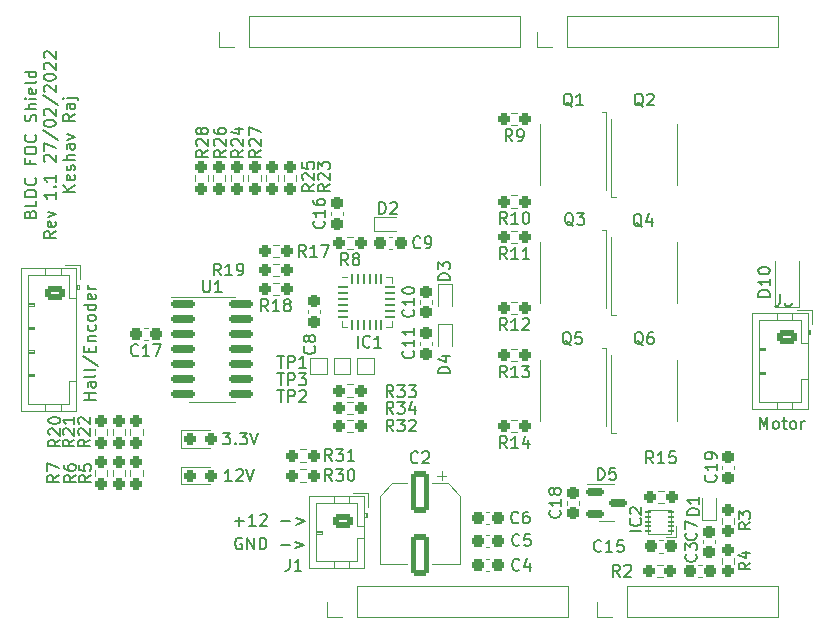
<source format=gto>
G04 #@! TF.GenerationSoftware,KiCad,Pcbnew,(6.0.0)*
G04 #@! TF.CreationDate,2022-07-16T19:13:52+12:00*
G04 #@! TF.ProjectId,bldc_driver_fpga,626c6463-5f64-4726-9976-65725f667067,rev?*
G04 #@! TF.SameCoordinates,Original*
G04 #@! TF.FileFunction,Legend,Top*
G04 #@! TF.FilePolarity,Positive*
%FSLAX46Y46*%
G04 Gerber Fmt 4.6, Leading zero omitted, Abs format (unit mm)*
G04 Created by KiCad (PCBNEW (6.0.0)) date 2022-07-16 19:13:52*
%MOMM*%
%LPD*%
G01*
G04 APERTURE LIST*
G04 Aperture macros list*
%AMRoundRect*
0 Rectangle with rounded corners*
0 $1 Rounding radius*
0 $2 $3 $4 $5 $6 $7 $8 $9 X,Y pos of 4 corners*
0 Add a 4 corners polygon primitive as box body*
4,1,4,$2,$3,$4,$5,$6,$7,$8,$9,$2,$3,0*
0 Add four circle primitives for the rounded corners*
1,1,$1+$1,$2,$3*
1,1,$1+$1,$4,$5*
1,1,$1+$1,$6,$7*
1,1,$1+$1,$8,$9*
0 Add four rect primitives between the rounded corners*
20,1,$1+$1,$2,$3,$4,$5,0*
20,1,$1+$1,$4,$5,$6,$7,0*
20,1,$1+$1,$6,$7,$8,$9,0*
20,1,$1+$1,$8,$9,$2,$3,0*%
%AMOutline5P*
0 Free polygon, 5 corners , with rotation*
0 The origin of the aperture is its center*
0 number of corners: always 5*
0 $1 to $10 corner X, Y*
0 $11 Rotation angle, in degrees counterclockwise*
0 create outline with 5 corners*
4,1,5,$1,$2,$3,$4,$5,$6,$7,$8,$9,$10,$1,$2,$11*%
%AMOutline6P*
0 Free polygon, 6 corners , with rotation*
0 The origin of the aperture is its center*
0 number of corners: always 6*
0 $1 to $12 corner X, Y*
0 $13 Rotation angle, in degrees counterclockwise*
0 create outline with 6 corners*
4,1,6,$1,$2,$3,$4,$5,$6,$7,$8,$9,$10,$11,$12,$1,$2,$13*%
%AMOutline7P*
0 Free polygon, 7 corners , with rotation*
0 The origin of the aperture is its center*
0 number of corners: always 7*
0 $1 to $14 corner X, Y*
0 $15 Rotation angle, in degrees counterclockwise*
0 create outline with 7 corners*
4,1,7,$1,$2,$3,$4,$5,$6,$7,$8,$9,$10,$11,$12,$13,$14,$1,$2,$15*%
%AMOutline8P*
0 Free polygon, 8 corners , with rotation*
0 The origin of the aperture is its center*
0 number of corners: always 8*
0 $1 to $16 corner X, Y*
0 $17 Rotation angle, in degrees counterclockwise*
0 create outline with 8 corners*
4,1,8,$1,$2,$3,$4,$5,$6,$7,$8,$9,$10,$11,$12,$13,$14,$15,$16,$1,$2,$17*%
G04 Aperture macros list end*
%ADD10C,0.150000*%
%ADD11C,0.120000*%
%ADD12R,1.100000X1.100000*%
%ADD13R,1.700000X1.700000*%
%ADD14O,1.700000X1.700000*%
%ADD15C,3.200000*%
%ADD16RoundRect,0.237500X0.250000X0.237500X-0.250000X0.237500X-0.250000X-0.237500X0.250000X-0.237500X0*%
%ADD17RoundRect,0.237500X-0.237500X0.250000X-0.237500X-0.250000X0.237500X-0.250000X0.237500X0.250000X0*%
%ADD18RoundRect,0.237500X0.237500X-0.300000X0.237500X0.300000X-0.237500X0.300000X-0.237500X-0.300000X0*%
%ADD19RoundRect,0.062500X-0.325000X-0.062500X0.325000X-0.062500X0.325000X0.062500X-0.325000X0.062500X0*%
%ADD20RoundRect,0.062500X-0.062500X-0.325000X0.062500X-0.325000X0.062500X0.325000X-0.062500X0.325000X0*%
%ADD21R,2.450000X2.450000*%
%ADD22R,0.700000X1.200000*%
%ADD23C,0.650000*%
%ADD24R,4.500000X4.290000*%
%ADD25RoundRect,0.237500X0.300000X0.237500X-0.300000X0.237500X-0.300000X-0.237500X0.300000X-0.237500X0*%
%ADD26RoundRect,0.250000X-0.625000X0.350000X-0.625000X-0.350000X0.625000X-0.350000X0.625000X0.350000X0*%
%ADD27O,1.750000X1.200000*%
%ADD28RoundRect,0.237500X-0.287500X-0.237500X0.287500X-0.237500X0.287500X0.237500X-0.287500X0.237500X0*%
%ADD29RoundRect,0.237500X-0.300000X-0.237500X0.300000X-0.237500X0.300000X0.237500X-0.300000X0.237500X0*%
%ADD30R,0.700000X0.600000*%
%ADD31RoundRect,0.250000X-0.550000X1.500000X-0.550000X-1.500000X0.550000X-1.500000X0.550000X1.500000X0*%
%ADD32RoundRect,0.237500X-0.250000X-0.237500X0.250000X-0.237500X0.250000X0.237500X-0.250000X0.237500X0*%
%ADD33RoundRect,0.237500X-0.237500X0.300000X-0.237500X-0.300000X0.237500X-0.300000X0.237500X0.300000X0*%
%ADD34RoundRect,0.150000X-0.587500X-0.150000X0.587500X-0.150000X0.587500X0.150000X-0.587500X0.150000X0*%
%ADD35RoundRect,0.237500X0.237500X-0.250000X0.237500X0.250000X-0.237500X0.250000X-0.237500X-0.250000X0*%
%ADD36R,0.600000X0.700000*%
%ADD37RoundRect,0.150000X-0.825000X-0.150000X0.825000X-0.150000X0.825000X0.150000X-0.825000X0.150000X0*%
%ADD38R,1.000000X1.000000*%
%ADD39RoundRect,0.050000X0.200000X0.050000X-0.200000X0.050000X-0.200000X-0.050000X0.200000X-0.050000X0*%
%ADD40Outline5P,-0.450000X0.480000X-0.180000X0.750000X0.450000X0.750000X0.450000X-0.750000X-0.450000X-0.750000X180.000000*%
G04 APERTURE END LIST*
D10*
X61518571Y-33557142D02*
X61566190Y-33414285D01*
X61613809Y-33366666D01*
X61709047Y-33319047D01*
X61851904Y-33319047D01*
X61947142Y-33366666D01*
X61994761Y-33414285D01*
X62042380Y-33509523D01*
X62042380Y-33890476D01*
X61042380Y-33890476D01*
X61042380Y-33557142D01*
X61090000Y-33461904D01*
X61137619Y-33414285D01*
X61232857Y-33366666D01*
X61328095Y-33366666D01*
X61423333Y-33414285D01*
X61470952Y-33461904D01*
X61518571Y-33557142D01*
X61518571Y-33890476D01*
X62042380Y-32414285D02*
X62042380Y-32890476D01*
X61042380Y-32890476D01*
X62042380Y-32080952D02*
X61042380Y-32080952D01*
X61042380Y-31842857D01*
X61090000Y-31700000D01*
X61185238Y-31604761D01*
X61280476Y-31557142D01*
X61470952Y-31509523D01*
X61613809Y-31509523D01*
X61804285Y-31557142D01*
X61899523Y-31604761D01*
X61994761Y-31700000D01*
X62042380Y-31842857D01*
X62042380Y-32080952D01*
X61947142Y-30509523D02*
X61994761Y-30557142D01*
X62042380Y-30700000D01*
X62042380Y-30795238D01*
X61994761Y-30938095D01*
X61899523Y-31033333D01*
X61804285Y-31080952D01*
X61613809Y-31128571D01*
X61470952Y-31128571D01*
X61280476Y-31080952D01*
X61185238Y-31033333D01*
X61090000Y-30938095D01*
X61042380Y-30795238D01*
X61042380Y-30700000D01*
X61090000Y-30557142D01*
X61137619Y-30509523D01*
X61518571Y-28985714D02*
X61518571Y-29319047D01*
X62042380Y-29319047D02*
X61042380Y-29319047D01*
X61042380Y-28842857D01*
X61042380Y-28271428D02*
X61042380Y-28080952D01*
X61090000Y-27985714D01*
X61185238Y-27890476D01*
X61375714Y-27842857D01*
X61709047Y-27842857D01*
X61899523Y-27890476D01*
X61994761Y-27985714D01*
X62042380Y-28080952D01*
X62042380Y-28271428D01*
X61994761Y-28366666D01*
X61899523Y-28461904D01*
X61709047Y-28509523D01*
X61375714Y-28509523D01*
X61185238Y-28461904D01*
X61090000Y-28366666D01*
X61042380Y-28271428D01*
X61947142Y-26842857D02*
X61994761Y-26890476D01*
X62042380Y-27033333D01*
X62042380Y-27128571D01*
X61994761Y-27271428D01*
X61899523Y-27366666D01*
X61804285Y-27414285D01*
X61613809Y-27461904D01*
X61470952Y-27461904D01*
X61280476Y-27414285D01*
X61185238Y-27366666D01*
X61090000Y-27271428D01*
X61042380Y-27128571D01*
X61042380Y-27033333D01*
X61090000Y-26890476D01*
X61137619Y-26842857D01*
X61994761Y-25700000D02*
X62042380Y-25557142D01*
X62042380Y-25319047D01*
X61994761Y-25223809D01*
X61947142Y-25176190D01*
X61851904Y-25128571D01*
X61756666Y-25128571D01*
X61661428Y-25176190D01*
X61613809Y-25223809D01*
X61566190Y-25319047D01*
X61518571Y-25509523D01*
X61470952Y-25604761D01*
X61423333Y-25652380D01*
X61328095Y-25700000D01*
X61232857Y-25700000D01*
X61137619Y-25652380D01*
X61090000Y-25604761D01*
X61042380Y-25509523D01*
X61042380Y-25271428D01*
X61090000Y-25128571D01*
X62042380Y-24700000D02*
X61042380Y-24700000D01*
X62042380Y-24271428D02*
X61518571Y-24271428D01*
X61423333Y-24319047D01*
X61375714Y-24414285D01*
X61375714Y-24557142D01*
X61423333Y-24652380D01*
X61470952Y-24700000D01*
X62042380Y-23795238D02*
X61375714Y-23795238D01*
X61042380Y-23795238D02*
X61090000Y-23842857D01*
X61137619Y-23795238D01*
X61090000Y-23747619D01*
X61042380Y-23795238D01*
X61137619Y-23795238D01*
X61994761Y-22938095D02*
X62042380Y-23033333D01*
X62042380Y-23223809D01*
X61994761Y-23319047D01*
X61899523Y-23366666D01*
X61518571Y-23366666D01*
X61423333Y-23319047D01*
X61375714Y-23223809D01*
X61375714Y-23033333D01*
X61423333Y-22938095D01*
X61518571Y-22890476D01*
X61613809Y-22890476D01*
X61709047Y-23366666D01*
X62042380Y-22319047D02*
X61994761Y-22414285D01*
X61899523Y-22461904D01*
X61042380Y-22461904D01*
X62042380Y-21509523D02*
X61042380Y-21509523D01*
X61994761Y-21509523D02*
X62042380Y-21604761D01*
X62042380Y-21795238D01*
X61994761Y-21890476D01*
X61947142Y-21938095D01*
X61851904Y-21985714D01*
X61566190Y-21985714D01*
X61470952Y-21938095D01*
X61423333Y-21890476D01*
X61375714Y-21795238D01*
X61375714Y-21604761D01*
X61423333Y-21509523D01*
X63652380Y-35009523D02*
X63176190Y-35342857D01*
X63652380Y-35580952D02*
X62652380Y-35580952D01*
X62652380Y-35200000D01*
X62700000Y-35104761D01*
X62747619Y-35057142D01*
X62842857Y-35009523D01*
X62985714Y-35009523D01*
X63080952Y-35057142D01*
X63128571Y-35104761D01*
X63176190Y-35200000D01*
X63176190Y-35580952D01*
X63604761Y-34200000D02*
X63652380Y-34295238D01*
X63652380Y-34485714D01*
X63604761Y-34580952D01*
X63509523Y-34628571D01*
X63128571Y-34628571D01*
X63033333Y-34580952D01*
X62985714Y-34485714D01*
X62985714Y-34295238D01*
X63033333Y-34200000D01*
X63128571Y-34152380D01*
X63223809Y-34152380D01*
X63319047Y-34628571D01*
X62985714Y-33819047D02*
X63652380Y-33580952D01*
X62985714Y-33342857D01*
X63652380Y-31676190D02*
X63652380Y-32247619D01*
X63652380Y-31961904D02*
X62652380Y-31961904D01*
X62795238Y-32057142D01*
X62890476Y-32152380D01*
X62938095Y-32247619D01*
X63557142Y-31247619D02*
X63604761Y-31200000D01*
X63652380Y-31247619D01*
X63604761Y-31295238D01*
X63557142Y-31247619D01*
X63652380Y-31247619D01*
X63652380Y-30247619D02*
X63652380Y-30819047D01*
X63652380Y-30533333D02*
X62652380Y-30533333D01*
X62795238Y-30628571D01*
X62890476Y-30723809D01*
X62938095Y-30819047D01*
X62747619Y-29104761D02*
X62700000Y-29057142D01*
X62652380Y-28961904D01*
X62652380Y-28723809D01*
X62700000Y-28628571D01*
X62747619Y-28580952D01*
X62842857Y-28533333D01*
X62938095Y-28533333D01*
X63080952Y-28580952D01*
X63652380Y-29152380D01*
X63652380Y-28533333D01*
X62652380Y-28200000D02*
X62652380Y-27533333D01*
X63652380Y-27961904D01*
X62604761Y-26438095D02*
X63890476Y-27295238D01*
X62652380Y-25914285D02*
X62652380Y-25819047D01*
X62700000Y-25723809D01*
X62747619Y-25676190D01*
X62842857Y-25628571D01*
X63033333Y-25580952D01*
X63271428Y-25580952D01*
X63461904Y-25628571D01*
X63557142Y-25676190D01*
X63604761Y-25723809D01*
X63652380Y-25819047D01*
X63652380Y-25914285D01*
X63604761Y-26009523D01*
X63557142Y-26057142D01*
X63461904Y-26104761D01*
X63271428Y-26152380D01*
X63033333Y-26152380D01*
X62842857Y-26104761D01*
X62747619Y-26057142D01*
X62700000Y-26009523D01*
X62652380Y-25914285D01*
X62747619Y-25200000D02*
X62700000Y-25152380D01*
X62652380Y-25057142D01*
X62652380Y-24819047D01*
X62700000Y-24723809D01*
X62747619Y-24676190D01*
X62842857Y-24628571D01*
X62938095Y-24628571D01*
X63080952Y-24676190D01*
X63652380Y-25247619D01*
X63652380Y-24628571D01*
X62604761Y-23485714D02*
X63890476Y-24342857D01*
X62747619Y-23200000D02*
X62700000Y-23152380D01*
X62652380Y-23057142D01*
X62652380Y-22819047D01*
X62700000Y-22723809D01*
X62747619Y-22676190D01*
X62842857Y-22628571D01*
X62938095Y-22628571D01*
X63080952Y-22676190D01*
X63652380Y-23247619D01*
X63652380Y-22628571D01*
X62652380Y-22009523D02*
X62652380Y-21914285D01*
X62700000Y-21819047D01*
X62747619Y-21771428D01*
X62842857Y-21723809D01*
X63033333Y-21676190D01*
X63271428Y-21676190D01*
X63461904Y-21723809D01*
X63557142Y-21771428D01*
X63604761Y-21819047D01*
X63652380Y-21914285D01*
X63652380Y-22009523D01*
X63604761Y-22104761D01*
X63557142Y-22152380D01*
X63461904Y-22200000D01*
X63271428Y-22247619D01*
X63033333Y-22247619D01*
X62842857Y-22200000D01*
X62747619Y-22152380D01*
X62700000Y-22104761D01*
X62652380Y-22009523D01*
X62747619Y-21295238D02*
X62700000Y-21247619D01*
X62652380Y-21152380D01*
X62652380Y-20914285D01*
X62700000Y-20819047D01*
X62747619Y-20771428D01*
X62842857Y-20723809D01*
X62938095Y-20723809D01*
X63080952Y-20771428D01*
X63652380Y-21342857D01*
X63652380Y-20723809D01*
X62747619Y-20342857D02*
X62700000Y-20295238D01*
X62652380Y-20200000D01*
X62652380Y-19961904D01*
X62700000Y-19866666D01*
X62747619Y-19819047D01*
X62842857Y-19771428D01*
X62938095Y-19771428D01*
X63080952Y-19819047D01*
X63652380Y-20390476D01*
X63652380Y-19771428D01*
X65262380Y-31652380D02*
X64262380Y-31652380D01*
X65262380Y-31080952D02*
X64690952Y-31509523D01*
X64262380Y-31080952D02*
X64833809Y-31652380D01*
X65214761Y-30271428D02*
X65262380Y-30366666D01*
X65262380Y-30557142D01*
X65214761Y-30652380D01*
X65119523Y-30700000D01*
X64738571Y-30700000D01*
X64643333Y-30652380D01*
X64595714Y-30557142D01*
X64595714Y-30366666D01*
X64643333Y-30271428D01*
X64738571Y-30223809D01*
X64833809Y-30223809D01*
X64929047Y-30700000D01*
X65214761Y-29842857D02*
X65262380Y-29747619D01*
X65262380Y-29557142D01*
X65214761Y-29461904D01*
X65119523Y-29414285D01*
X65071904Y-29414285D01*
X64976666Y-29461904D01*
X64929047Y-29557142D01*
X64929047Y-29700000D01*
X64881428Y-29795238D01*
X64786190Y-29842857D01*
X64738571Y-29842857D01*
X64643333Y-29795238D01*
X64595714Y-29700000D01*
X64595714Y-29557142D01*
X64643333Y-29461904D01*
X65262380Y-28985714D02*
X64262380Y-28985714D01*
X65262380Y-28557142D02*
X64738571Y-28557142D01*
X64643333Y-28604761D01*
X64595714Y-28700000D01*
X64595714Y-28842857D01*
X64643333Y-28938095D01*
X64690952Y-28985714D01*
X65262380Y-27652380D02*
X64738571Y-27652380D01*
X64643333Y-27700000D01*
X64595714Y-27795238D01*
X64595714Y-27985714D01*
X64643333Y-28080952D01*
X65214761Y-27652380D02*
X65262380Y-27747619D01*
X65262380Y-27985714D01*
X65214761Y-28080952D01*
X65119523Y-28128571D01*
X65024285Y-28128571D01*
X64929047Y-28080952D01*
X64881428Y-27985714D01*
X64881428Y-27747619D01*
X64833809Y-27652380D01*
X64595714Y-27271428D02*
X65262380Y-27033333D01*
X64595714Y-26795238D01*
X65262380Y-25080952D02*
X64786190Y-25414285D01*
X65262380Y-25652380D02*
X64262380Y-25652380D01*
X64262380Y-25271428D01*
X64310000Y-25176190D01*
X64357619Y-25128571D01*
X64452857Y-25080952D01*
X64595714Y-25080952D01*
X64690952Y-25128571D01*
X64738571Y-25176190D01*
X64786190Y-25271428D01*
X64786190Y-25652380D01*
X65262380Y-24223809D02*
X64738571Y-24223809D01*
X64643333Y-24271428D01*
X64595714Y-24366666D01*
X64595714Y-24557142D01*
X64643333Y-24652380D01*
X65214761Y-24223809D02*
X65262380Y-24319047D01*
X65262380Y-24557142D01*
X65214761Y-24652380D01*
X65119523Y-24700000D01*
X65024285Y-24700000D01*
X64929047Y-24652380D01*
X64881428Y-24557142D01*
X64881428Y-24319047D01*
X64833809Y-24223809D01*
X64595714Y-23747619D02*
X65452857Y-23747619D01*
X65548095Y-23795238D01*
X65595714Y-23890476D01*
X65595714Y-23938095D01*
X64262380Y-23747619D02*
X64310000Y-23795238D01*
X64357619Y-23747619D01*
X64310000Y-23700000D01*
X64262380Y-23747619D01*
X64357619Y-23747619D01*
X79419047Y-61000000D02*
X79323809Y-60952380D01*
X79180952Y-60952380D01*
X79038095Y-61000000D01*
X78942857Y-61095238D01*
X78895238Y-61190476D01*
X78847619Y-61380952D01*
X78847619Y-61523809D01*
X78895238Y-61714285D01*
X78942857Y-61809523D01*
X79038095Y-61904761D01*
X79180952Y-61952380D01*
X79276190Y-61952380D01*
X79419047Y-61904761D01*
X79466666Y-61857142D01*
X79466666Y-61523809D01*
X79276190Y-61523809D01*
X79895238Y-61952380D02*
X79895238Y-60952380D01*
X80466666Y-61952380D01*
X80466666Y-60952380D01*
X80942857Y-61952380D02*
X80942857Y-60952380D01*
X81180952Y-60952380D01*
X81323809Y-61000000D01*
X81419047Y-61095238D01*
X81466666Y-61190476D01*
X81514285Y-61380952D01*
X81514285Y-61523809D01*
X81466666Y-61714285D01*
X81419047Y-61809523D01*
X81323809Y-61904761D01*
X81180952Y-61952380D01*
X80942857Y-61952380D01*
X82704761Y-61571428D02*
X83466666Y-61571428D01*
X83942857Y-61285714D02*
X84704761Y-61571428D01*
X83942857Y-61857142D01*
X77823809Y-52052380D02*
X78442857Y-52052380D01*
X78109523Y-52433333D01*
X78252380Y-52433333D01*
X78347619Y-52480952D01*
X78395238Y-52528571D01*
X78442857Y-52623809D01*
X78442857Y-52861904D01*
X78395238Y-52957142D01*
X78347619Y-53004761D01*
X78252380Y-53052380D01*
X77966666Y-53052380D01*
X77871428Y-53004761D01*
X77823809Y-52957142D01*
X78871428Y-52957142D02*
X78919047Y-53004761D01*
X78871428Y-53052380D01*
X78823809Y-53004761D01*
X78871428Y-52957142D01*
X78871428Y-53052380D01*
X79252380Y-52052380D02*
X79871428Y-52052380D01*
X79538095Y-52433333D01*
X79680952Y-52433333D01*
X79776190Y-52480952D01*
X79823809Y-52528571D01*
X79871428Y-52623809D01*
X79871428Y-52861904D01*
X79823809Y-52957142D01*
X79776190Y-53004761D01*
X79680952Y-53052380D01*
X79395238Y-53052380D01*
X79300000Y-53004761D01*
X79252380Y-52957142D01*
X80157142Y-52052380D02*
X80490476Y-53052380D01*
X80823809Y-52052380D01*
X78847619Y-59571428D02*
X79609523Y-59571428D01*
X79228571Y-59952380D02*
X79228571Y-59190476D01*
X80609523Y-59952380D02*
X80038095Y-59952380D01*
X80323809Y-59952380D02*
X80323809Y-58952380D01*
X80228571Y-59095238D01*
X80133333Y-59190476D01*
X80038095Y-59238095D01*
X80990476Y-59047619D02*
X81038095Y-59000000D01*
X81133333Y-58952380D01*
X81371428Y-58952380D01*
X81466666Y-59000000D01*
X81514285Y-59047619D01*
X81561904Y-59142857D01*
X81561904Y-59238095D01*
X81514285Y-59380952D01*
X80942857Y-59952380D01*
X81561904Y-59952380D01*
X82752380Y-59571428D02*
X83514285Y-59571428D01*
X83990476Y-59285714D02*
X84752380Y-59571428D01*
X83990476Y-59857142D01*
X123266666Y-51752380D02*
X123266666Y-50752380D01*
X123600000Y-51466666D01*
X123933333Y-50752380D01*
X123933333Y-51752380D01*
X124552380Y-51752380D02*
X124457142Y-51704761D01*
X124409523Y-51657142D01*
X124361904Y-51561904D01*
X124361904Y-51276190D01*
X124409523Y-51180952D01*
X124457142Y-51133333D01*
X124552380Y-51085714D01*
X124695238Y-51085714D01*
X124790476Y-51133333D01*
X124838095Y-51180952D01*
X124885714Y-51276190D01*
X124885714Y-51561904D01*
X124838095Y-51657142D01*
X124790476Y-51704761D01*
X124695238Y-51752380D01*
X124552380Y-51752380D01*
X125171428Y-51085714D02*
X125552380Y-51085714D01*
X125314285Y-50752380D02*
X125314285Y-51609523D01*
X125361904Y-51704761D01*
X125457142Y-51752380D01*
X125552380Y-51752380D01*
X126028571Y-51752380D02*
X125933333Y-51704761D01*
X125885714Y-51657142D01*
X125838095Y-51561904D01*
X125838095Y-51276190D01*
X125885714Y-51180952D01*
X125933333Y-51133333D01*
X126028571Y-51085714D01*
X126171428Y-51085714D01*
X126266666Y-51133333D01*
X126314285Y-51180952D01*
X126361904Y-51276190D01*
X126361904Y-51561904D01*
X126314285Y-51657142D01*
X126266666Y-51704761D01*
X126171428Y-51752380D01*
X126028571Y-51752380D01*
X126790476Y-51752380D02*
X126790476Y-51085714D01*
X126790476Y-51276190D02*
X126838095Y-51180952D01*
X126885714Y-51133333D01*
X126980952Y-51085714D01*
X127076190Y-51085714D01*
X67052380Y-49261904D02*
X66052380Y-49261904D01*
X66528571Y-49261904D02*
X66528571Y-48690476D01*
X67052380Y-48690476D02*
X66052380Y-48690476D01*
X67052380Y-47785714D02*
X66528571Y-47785714D01*
X66433333Y-47833333D01*
X66385714Y-47928571D01*
X66385714Y-48119047D01*
X66433333Y-48214285D01*
X67004761Y-47785714D02*
X67052380Y-47880952D01*
X67052380Y-48119047D01*
X67004761Y-48214285D01*
X66909523Y-48261904D01*
X66814285Y-48261904D01*
X66719047Y-48214285D01*
X66671428Y-48119047D01*
X66671428Y-47880952D01*
X66623809Y-47785714D01*
X67052380Y-47166666D02*
X67004761Y-47261904D01*
X66909523Y-47309523D01*
X66052380Y-47309523D01*
X67052380Y-46642857D02*
X67004761Y-46738095D01*
X66909523Y-46785714D01*
X66052380Y-46785714D01*
X66004761Y-45547619D02*
X67290476Y-46404761D01*
X66528571Y-45214285D02*
X66528571Y-44880952D01*
X67052380Y-44738095D02*
X67052380Y-45214285D01*
X66052380Y-45214285D01*
X66052380Y-44738095D01*
X66385714Y-44309523D02*
X67052380Y-44309523D01*
X66480952Y-44309523D02*
X66433333Y-44261904D01*
X66385714Y-44166666D01*
X66385714Y-44023809D01*
X66433333Y-43928571D01*
X66528571Y-43880952D01*
X67052380Y-43880952D01*
X67004761Y-42976190D02*
X67052380Y-43071428D01*
X67052380Y-43261904D01*
X67004761Y-43357142D01*
X66957142Y-43404761D01*
X66861904Y-43452380D01*
X66576190Y-43452380D01*
X66480952Y-43404761D01*
X66433333Y-43357142D01*
X66385714Y-43261904D01*
X66385714Y-43071428D01*
X66433333Y-42976190D01*
X67052380Y-42404761D02*
X67004761Y-42500000D01*
X66957142Y-42547619D01*
X66861904Y-42595238D01*
X66576190Y-42595238D01*
X66480952Y-42547619D01*
X66433333Y-42500000D01*
X66385714Y-42404761D01*
X66385714Y-42261904D01*
X66433333Y-42166666D01*
X66480952Y-42119047D01*
X66576190Y-42071428D01*
X66861904Y-42071428D01*
X66957142Y-42119047D01*
X67004761Y-42166666D01*
X67052380Y-42261904D01*
X67052380Y-42404761D01*
X67052380Y-41214285D02*
X66052380Y-41214285D01*
X67004761Y-41214285D02*
X67052380Y-41309523D01*
X67052380Y-41500000D01*
X67004761Y-41595238D01*
X66957142Y-41642857D01*
X66861904Y-41690476D01*
X66576190Y-41690476D01*
X66480952Y-41642857D01*
X66433333Y-41595238D01*
X66385714Y-41500000D01*
X66385714Y-41309523D01*
X66433333Y-41214285D01*
X67004761Y-40357142D02*
X67052380Y-40452380D01*
X67052380Y-40642857D01*
X67004761Y-40738095D01*
X66909523Y-40785714D01*
X66528571Y-40785714D01*
X66433333Y-40738095D01*
X66385714Y-40642857D01*
X66385714Y-40452380D01*
X66433333Y-40357142D01*
X66528571Y-40309523D01*
X66623809Y-40309523D01*
X66719047Y-40785714D01*
X67052380Y-39880952D02*
X66385714Y-39880952D01*
X66576190Y-39880952D02*
X66480952Y-39833333D01*
X66433333Y-39785714D01*
X66385714Y-39690476D01*
X66385714Y-39595238D01*
X78580952Y-56152380D02*
X78009523Y-56152380D01*
X78295238Y-56152380D02*
X78295238Y-55152380D01*
X78200000Y-55295238D01*
X78104761Y-55390476D01*
X78009523Y-55438095D01*
X78961904Y-55247619D02*
X79009523Y-55200000D01*
X79104761Y-55152380D01*
X79342857Y-55152380D01*
X79438095Y-55200000D01*
X79485714Y-55247619D01*
X79533333Y-55342857D01*
X79533333Y-55438095D01*
X79485714Y-55580952D01*
X78914285Y-56152380D01*
X79533333Y-56152380D01*
X79819047Y-55152380D02*
X80152380Y-56152380D01*
X80485714Y-55152380D01*
X124147380Y-40541285D02*
X123147380Y-40541285D01*
X123147380Y-40303190D01*
X123195000Y-40160333D01*
X123290238Y-40065095D01*
X123385476Y-40017476D01*
X123575952Y-39969857D01*
X123718809Y-39969857D01*
X123909285Y-40017476D01*
X124004523Y-40065095D01*
X124099761Y-40160333D01*
X124147380Y-40303190D01*
X124147380Y-40541285D01*
X124147380Y-39017476D02*
X124147380Y-39588904D01*
X124147380Y-39303190D02*
X123147380Y-39303190D01*
X123290238Y-39398428D01*
X123385476Y-39493666D01*
X123433095Y-39588904D01*
X123147380Y-38398428D02*
X123147380Y-38303190D01*
X123195000Y-38207952D01*
X123242619Y-38160333D01*
X123337857Y-38112714D01*
X123528333Y-38065095D01*
X123766428Y-38065095D01*
X123956904Y-38112714D01*
X124052142Y-38160333D01*
X124099761Y-38207952D01*
X124147380Y-38303190D01*
X124147380Y-38398428D01*
X124099761Y-38493666D01*
X124052142Y-38541285D01*
X123956904Y-38588904D01*
X123766428Y-38636523D01*
X123528333Y-38636523D01*
X123337857Y-38588904D01*
X123242619Y-38541285D01*
X123195000Y-38493666D01*
X123147380Y-38398428D01*
X101857142Y-43382380D02*
X101523809Y-42906190D01*
X101285714Y-43382380D02*
X101285714Y-42382380D01*
X101666666Y-42382380D01*
X101761904Y-42430000D01*
X101809523Y-42477619D01*
X101857142Y-42572857D01*
X101857142Y-42715714D01*
X101809523Y-42810952D01*
X101761904Y-42858571D01*
X101666666Y-42906190D01*
X101285714Y-42906190D01*
X102809523Y-43382380D02*
X102238095Y-43382380D01*
X102523809Y-43382380D02*
X102523809Y-42382380D01*
X102428571Y-42525238D01*
X102333333Y-42620476D01*
X102238095Y-42668095D01*
X103190476Y-42477619D02*
X103238095Y-42430000D01*
X103333333Y-42382380D01*
X103571428Y-42382380D01*
X103666666Y-42430000D01*
X103714285Y-42477619D01*
X103761904Y-42572857D01*
X103761904Y-42668095D01*
X103714285Y-42810952D01*
X103142857Y-43382380D01*
X103761904Y-43382380D01*
X66652380Y-55666666D02*
X66176190Y-56000000D01*
X66652380Y-56238095D02*
X65652380Y-56238095D01*
X65652380Y-55857142D01*
X65700000Y-55761904D01*
X65747619Y-55714285D01*
X65842857Y-55666666D01*
X65985714Y-55666666D01*
X66080952Y-55714285D01*
X66128571Y-55761904D01*
X66176190Y-55857142D01*
X66176190Y-56238095D01*
X65652380Y-54761904D02*
X65652380Y-55238095D01*
X66128571Y-55285714D01*
X66080952Y-55238095D01*
X66033333Y-55142857D01*
X66033333Y-54904761D01*
X66080952Y-54809523D01*
X66128571Y-54761904D01*
X66223809Y-54714285D01*
X66461904Y-54714285D01*
X66557142Y-54761904D01*
X66604761Y-54809523D01*
X66652380Y-54904761D01*
X66652380Y-55142857D01*
X66604761Y-55238095D01*
X66557142Y-55285714D01*
X93927142Y-41642857D02*
X93974761Y-41690476D01*
X94022380Y-41833333D01*
X94022380Y-41928571D01*
X93974761Y-42071428D01*
X93879523Y-42166666D01*
X93784285Y-42214285D01*
X93593809Y-42261904D01*
X93450952Y-42261904D01*
X93260476Y-42214285D01*
X93165238Y-42166666D01*
X93070000Y-42071428D01*
X93022380Y-41928571D01*
X93022380Y-41833333D01*
X93070000Y-41690476D01*
X93117619Y-41642857D01*
X94022380Y-40690476D02*
X94022380Y-41261904D01*
X94022380Y-40976190D02*
X93022380Y-40976190D01*
X93165238Y-41071428D01*
X93260476Y-41166666D01*
X93308095Y-41261904D01*
X93022380Y-40071428D02*
X93022380Y-39976190D01*
X93070000Y-39880952D01*
X93117619Y-39833333D01*
X93212857Y-39785714D01*
X93403333Y-39738095D01*
X93641428Y-39738095D01*
X93831904Y-39785714D01*
X93927142Y-39833333D01*
X93974761Y-39880952D01*
X94022380Y-39976190D01*
X94022380Y-40071428D01*
X93974761Y-40166666D01*
X93927142Y-40214285D01*
X93831904Y-40261904D01*
X93641428Y-40309523D01*
X93403333Y-40309523D01*
X93212857Y-40261904D01*
X93117619Y-40214285D01*
X93070000Y-40166666D01*
X93022380Y-40071428D01*
X89223809Y-44852380D02*
X89223809Y-43852380D01*
X90271428Y-44757142D02*
X90223809Y-44804761D01*
X90080952Y-44852380D01*
X89985714Y-44852380D01*
X89842857Y-44804761D01*
X89747619Y-44709523D01*
X89700000Y-44614285D01*
X89652380Y-44423809D01*
X89652380Y-44280952D01*
X89700000Y-44090476D01*
X89747619Y-43995238D01*
X89842857Y-43900000D01*
X89985714Y-43852380D01*
X90080952Y-43852380D01*
X90223809Y-43900000D01*
X90271428Y-43947619D01*
X91223809Y-44852380D02*
X90652380Y-44852380D01*
X90938095Y-44852380D02*
X90938095Y-43852380D01*
X90842857Y-43995238D01*
X90747619Y-44090476D01*
X90652380Y-44138095D01*
X102333333Y-27382380D02*
X102000000Y-26906190D01*
X101761904Y-27382380D02*
X101761904Y-26382380D01*
X102142857Y-26382380D01*
X102238095Y-26430000D01*
X102285714Y-26477619D01*
X102333333Y-26572857D01*
X102333333Y-26715714D01*
X102285714Y-26810952D01*
X102238095Y-26858571D01*
X102142857Y-26906190D01*
X101761904Y-26906190D01*
X102809523Y-27382380D02*
X103000000Y-27382380D01*
X103095238Y-27334761D01*
X103142857Y-27287142D01*
X103238095Y-27144285D01*
X103285714Y-26953809D01*
X103285714Y-26572857D01*
X103238095Y-26477619D01*
X103190476Y-26430000D01*
X103095238Y-26382380D01*
X102904761Y-26382380D01*
X102809523Y-26430000D01*
X102761904Y-26477619D01*
X102714285Y-26572857D01*
X102714285Y-26810952D01*
X102761904Y-26906190D01*
X102809523Y-26953809D01*
X102904761Y-27001428D01*
X103095238Y-27001428D01*
X103190476Y-26953809D01*
X103238095Y-26906190D01*
X103285714Y-26810952D01*
X107404761Y-24447619D02*
X107309523Y-24400000D01*
X107214285Y-24304761D01*
X107071428Y-24161904D01*
X106976190Y-24114285D01*
X106880952Y-24114285D01*
X106928571Y-24352380D02*
X106833333Y-24304761D01*
X106738095Y-24209523D01*
X106690476Y-24019047D01*
X106690476Y-23685714D01*
X106738095Y-23495238D01*
X106833333Y-23400000D01*
X106928571Y-23352380D01*
X107119047Y-23352380D01*
X107214285Y-23400000D01*
X107309523Y-23495238D01*
X107357142Y-23685714D01*
X107357142Y-24019047D01*
X107309523Y-24209523D01*
X107214285Y-24304761D01*
X107119047Y-24352380D01*
X106928571Y-24352380D01*
X108309523Y-24352380D02*
X107738095Y-24352380D01*
X108023809Y-24352380D02*
X108023809Y-23352380D01*
X107928571Y-23495238D01*
X107833333Y-23590476D01*
X107738095Y-23638095D01*
X87057142Y-54452380D02*
X86723809Y-53976190D01*
X86485714Y-54452380D02*
X86485714Y-53452380D01*
X86866666Y-53452380D01*
X86961904Y-53500000D01*
X87009523Y-53547619D01*
X87057142Y-53642857D01*
X87057142Y-53785714D01*
X87009523Y-53880952D01*
X86961904Y-53928571D01*
X86866666Y-53976190D01*
X86485714Y-53976190D01*
X87390476Y-53452380D02*
X88009523Y-53452380D01*
X87676190Y-53833333D01*
X87819047Y-53833333D01*
X87914285Y-53880952D01*
X87961904Y-53928571D01*
X88009523Y-54023809D01*
X88009523Y-54261904D01*
X87961904Y-54357142D01*
X87914285Y-54404761D01*
X87819047Y-54452380D01*
X87533333Y-54452380D01*
X87438095Y-54404761D01*
X87390476Y-54357142D01*
X88961904Y-54452380D02*
X88390476Y-54452380D01*
X88676190Y-54452380D02*
X88676190Y-53452380D01*
X88580952Y-53595238D01*
X88485714Y-53690476D01*
X88390476Y-53738095D01*
X92257142Y-49052380D02*
X91923809Y-48576190D01*
X91685714Y-49052380D02*
X91685714Y-48052380D01*
X92066666Y-48052380D01*
X92161904Y-48100000D01*
X92209523Y-48147619D01*
X92257142Y-48242857D01*
X92257142Y-48385714D01*
X92209523Y-48480952D01*
X92161904Y-48528571D01*
X92066666Y-48576190D01*
X91685714Y-48576190D01*
X92590476Y-48052380D02*
X93209523Y-48052380D01*
X92876190Y-48433333D01*
X93019047Y-48433333D01*
X93114285Y-48480952D01*
X93161904Y-48528571D01*
X93209523Y-48623809D01*
X93209523Y-48861904D01*
X93161904Y-48957142D01*
X93114285Y-49004761D01*
X93019047Y-49052380D01*
X92733333Y-49052380D01*
X92638095Y-49004761D01*
X92590476Y-48957142D01*
X93542857Y-48052380D02*
X94161904Y-48052380D01*
X93828571Y-48433333D01*
X93971428Y-48433333D01*
X94066666Y-48480952D01*
X94114285Y-48528571D01*
X94161904Y-48623809D01*
X94161904Y-48861904D01*
X94114285Y-48957142D01*
X94066666Y-49004761D01*
X93971428Y-49052380D01*
X93685714Y-49052380D01*
X93590476Y-49004761D01*
X93542857Y-48957142D01*
X102933333Y-63657142D02*
X102885714Y-63704761D01*
X102742857Y-63752380D01*
X102647619Y-63752380D01*
X102504761Y-63704761D01*
X102409523Y-63609523D01*
X102361904Y-63514285D01*
X102314285Y-63323809D01*
X102314285Y-63180952D01*
X102361904Y-62990476D01*
X102409523Y-62895238D01*
X102504761Y-62800000D01*
X102647619Y-62752380D01*
X102742857Y-62752380D01*
X102885714Y-62800000D01*
X102933333Y-62847619D01*
X103790476Y-63085714D02*
X103790476Y-63752380D01*
X103552380Y-62704761D02*
X103314285Y-63419047D01*
X103933333Y-63419047D01*
X124966666Y-40352380D02*
X124966666Y-41066666D01*
X124919047Y-41209523D01*
X124823809Y-41304761D01*
X124680952Y-41352380D01*
X124585714Y-41352380D01*
X125871428Y-40352380D02*
X125680952Y-40352380D01*
X125585714Y-40400000D01*
X125538095Y-40447619D01*
X125442857Y-40590476D01*
X125395238Y-40780952D01*
X125395238Y-41161904D01*
X125442857Y-41257142D01*
X125490476Y-41304761D01*
X125585714Y-41352380D01*
X125776190Y-41352380D01*
X125871428Y-41304761D01*
X125919047Y-41257142D01*
X125966666Y-41161904D01*
X125966666Y-40923809D01*
X125919047Y-40828571D01*
X125871428Y-40780952D01*
X125776190Y-40733333D01*
X125585714Y-40733333D01*
X125490476Y-40780952D01*
X125442857Y-40828571D01*
X125395238Y-40923809D01*
X65352380Y-55666666D02*
X64876190Y-56000000D01*
X65352380Y-56238095D02*
X64352380Y-56238095D01*
X64352380Y-55857142D01*
X64400000Y-55761904D01*
X64447619Y-55714285D01*
X64542857Y-55666666D01*
X64685714Y-55666666D01*
X64780952Y-55714285D01*
X64828571Y-55761904D01*
X64876190Y-55857142D01*
X64876190Y-56238095D01*
X64352380Y-54809523D02*
X64352380Y-55000000D01*
X64400000Y-55095238D01*
X64447619Y-55142857D01*
X64590476Y-55238095D01*
X64780952Y-55285714D01*
X65161904Y-55285714D01*
X65257142Y-55238095D01*
X65304761Y-55190476D01*
X65352380Y-55095238D01*
X65352380Y-54904761D01*
X65304761Y-54809523D01*
X65257142Y-54761904D01*
X65161904Y-54714285D01*
X64923809Y-54714285D01*
X64828571Y-54761904D01*
X64780952Y-54809523D01*
X64733333Y-54904761D01*
X64733333Y-55095238D01*
X64780952Y-55190476D01*
X64828571Y-55238095D01*
X64923809Y-55285714D01*
X109857142Y-62057142D02*
X109809523Y-62104761D01*
X109666666Y-62152380D01*
X109571428Y-62152380D01*
X109428571Y-62104761D01*
X109333333Y-62009523D01*
X109285714Y-61914285D01*
X109238095Y-61723809D01*
X109238095Y-61580952D01*
X109285714Y-61390476D01*
X109333333Y-61295238D01*
X109428571Y-61200000D01*
X109571428Y-61152380D01*
X109666666Y-61152380D01*
X109809523Y-61200000D01*
X109857142Y-61247619D01*
X110809523Y-62152380D02*
X110238095Y-62152380D01*
X110523809Y-62152380D02*
X110523809Y-61152380D01*
X110428571Y-61295238D01*
X110333333Y-61390476D01*
X110238095Y-61438095D01*
X111714285Y-61152380D02*
X111238095Y-61152380D01*
X111190476Y-61628571D01*
X111238095Y-61580952D01*
X111333333Y-61533333D01*
X111571428Y-61533333D01*
X111666666Y-61580952D01*
X111714285Y-61628571D01*
X111761904Y-61723809D01*
X111761904Y-61961904D01*
X111714285Y-62057142D01*
X111666666Y-62104761D01*
X111571428Y-62152380D01*
X111333333Y-62152380D01*
X111238095Y-62104761D01*
X111190476Y-62057142D01*
X65252380Y-52642857D02*
X64776190Y-52976190D01*
X65252380Y-53214285D02*
X64252380Y-53214285D01*
X64252380Y-52833333D01*
X64300000Y-52738095D01*
X64347619Y-52690476D01*
X64442857Y-52642857D01*
X64585714Y-52642857D01*
X64680952Y-52690476D01*
X64728571Y-52738095D01*
X64776190Y-52833333D01*
X64776190Y-53214285D01*
X64347619Y-52261904D02*
X64300000Y-52214285D01*
X64252380Y-52119047D01*
X64252380Y-51880952D01*
X64300000Y-51785714D01*
X64347619Y-51738095D01*
X64442857Y-51690476D01*
X64538095Y-51690476D01*
X64680952Y-51738095D01*
X65252380Y-52309523D01*
X65252380Y-51690476D01*
X65252380Y-50738095D02*
X65252380Y-51309523D01*
X65252380Y-51023809D02*
X64252380Y-51023809D01*
X64395238Y-51119047D01*
X64490476Y-51214285D01*
X64538095Y-51309523D01*
X83466666Y-62752380D02*
X83466666Y-63466666D01*
X83419047Y-63609523D01*
X83323809Y-63704761D01*
X83180952Y-63752380D01*
X83085714Y-63752380D01*
X84466666Y-63752380D02*
X83895238Y-63752380D01*
X84180952Y-63752380D02*
X84180952Y-62752380D01*
X84085714Y-62895238D01*
X83990476Y-62990476D01*
X83895238Y-63038095D01*
X97052380Y-47038095D02*
X96052380Y-47038095D01*
X96052380Y-46800000D01*
X96100000Y-46657142D01*
X96195238Y-46561904D01*
X96290476Y-46514285D01*
X96480952Y-46466666D01*
X96623809Y-46466666D01*
X96814285Y-46514285D01*
X96909523Y-46561904D01*
X97004761Y-46657142D01*
X97052380Y-46800000D01*
X97052380Y-47038095D01*
X96385714Y-45609523D02*
X97052380Y-45609523D01*
X96004761Y-45847619D02*
X96719047Y-46085714D01*
X96719047Y-45466666D01*
X101857142Y-47382380D02*
X101523809Y-46906190D01*
X101285714Y-47382380D02*
X101285714Y-46382380D01*
X101666666Y-46382380D01*
X101761904Y-46430000D01*
X101809523Y-46477619D01*
X101857142Y-46572857D01*
X101857142Y-46715714D01*
X101809523Y-46810952D01*
X101761904Y-46858571D01*
X101666666Y-46906190D01*
X101285714Y-46906190D01*
X102809523Y-47382380D02*
X102238095Y-47382380D01*
X102523809Y-47382380D02*
X102523809Y-46382380D01*
X102428571Y-46525238D01*
X102333333Y-46620476D01*
X102238095Y-46668095D01*
X103142857Y-46382380D02*
X103761904Y-46382380D01*
X103428571Y-46763333D01*
X103571428Y-46763333D01*
X103666666Y-46810952D01*
X103714285Y-46858571D01*
X103761904Y-46953809D01*
X103761904Y-47191904D01*
X103714285Y-47287142D01*
X103666666Y-47334761D01*
X103571428Y-47382380D01*
X103285714Y-47382380D01*
X103190476Y-47334761D01*
X103142857Y-47287142D01*
X94333333Y-54557142D02*
X94285714Y-54604761D01*
X94142857Y-54652380D01*
X94047619Y-54652380D01*
X93904761Y-54604761D01*
X93809523Y-54509523D01*
X93761904Y-54414285D01*
X93714285Y-54223809D01*
X93714285Y-54080952D01*
X93761904Y-53890476D01*
X93809523Y-53795238D01*
X93904761Y-53700000D01*
X94047619Y-53652380D01*
X94142857Y-53652380D01*
X94285714Y-53700000D01*
X94333333Y-53747619D01*
X94714285Y-53747619D02*
X94761904Y-53700000D01*
X94857142Y-53652380D01*
X95095238Y-53652380D01*
X95190476Y-53700000D01*
X95238095Y-53747619D01*
X95285714Y-53842857D01*
X95285714Y-53938095D01*
X95238095Y-54080952D01*
X94666666Y-54652380D01*
X95285714Y-54652380D01*
X84857142Y-37152380D02*
X84523809Y-36676190D01*
X84285714Y-37152380D02*
X84285714Y-36152380D01*
X84666666Y-36152380D01*
X84761904Y-36200000D01*
X84809523Y-36247619D01*
X84857142Y-36342857D01*
X84857142Y-36485714D01*
X84809523Y-36580952D01*
X84761904Y-36628571D01*
X84666666Y-36676190D01*
X84285714Y-36676190D01*
X85809523Y-37152380D02*
X85238095Y-37152380D01*
X85523809Y-37152380D02*
X85523809Y-36152380D01*
X85428571Y-36295238D01*
X85333333Y-36390476D01*
X85238095Y-36438095D01*
X86142857Y-36152380D02*
X86809523Y-36152380D01*
X86380952Y-37152380D01*
X117857142Y-62366666D02*
X117904761Y-62414285D01*
X117952380Y-62557142D01*
X117952380Y-62652380D01*
X117904761Y-62795238D01*
X117809523Y-62890476D01*
X117714285Y-62938095D01*
X117523809Y-62985714D01*
X117380952Y-62985714D01*
X117190476Y-62938095D01*
X117095238Y-62890476D01*
X117000000Y-62795238D01*
X116952380Y-62652380D01*
X116952380Y-62557142D01*
X117000000Y-62414285D01*
X117047619Y-62366666D01*
X116952380Y-62033333D02*
X116952380Y-61414285D01*
X117333333Y-61747619D01*
X117333333Y-61604761D01*
X117380952Y-61509523D01*
X117428571Y-61461904D01*
X117523809Y-61414285D01*
X117761904Y-61414285D01*
X117857142Y-61461904D01*
X117904761Y-61509523D01*
X117952380Y-61604761D01*
X117952380Y-61890476D01*
X117904761Y-61985714D01*
X117857142Y-62033333D01*
X77657142Y-38752380D02*
X77323809Y-38276190D01*
X77085714Y-38752380D02*
X77085714Y-37752380D01*
X77466666Y-37752380D01*
X77561904Y-37800000D01*
X77609523Y-37847619D01*
X77657142Y-37942857D01*
X77657142Y-38085714D01*
X77609523Y-38180952D01*
X77561904Y-38228571D01*
X77466666Y-38276190D01*
X77085714Y-38276190D01*
X78609523Y-38752380D02*
X78038095Y-38752380D01*
X78323809Y-38752380D02*
X78323809Y-37752380D01*
X78228571Y-37895238D01*
X78133333Y-37990476D01*
X78038095Y-38038095D01*
X79085714Y-38752380D02*
X79276190Y-38752380D01*
X79371428Y-38704761D01*
X79419047Y-38657142D01*
X79514285Y-38514285D01*
X79561904Y-38323809D01*
X79561904Y-37942857D01*
X79514285Y-37847619D01*
X79466666Y-37800000D01*
X79371428Y-37752380D01*
X79180952Y-37752380D01*
X79085714Y-37800000D01*
X79038095Y-37847619D01*
X78990476Y-37942857D01*
X78990476Y-38180952D01*
X79038095Y-38276190D01*
X79085714Y-38323809D01*
X79180952Y-38371428D01*
X79371428Y-38371428D01*
X79466666Y-38323809D01*
X79514285Y-38276190D01*
X79561904Y-38180952D01*
X66552380Y-52642857D02*
X66076190Y-52976190D01*
X66552380Y-53214285D02*
X65552380Y-53214285D01*
X65552380Y-52833333D01*
X65600000Y-52738095D01*
X65647619Y-52690476D01*
X65742857Y-52642857D01*
X65885714Y-52642857D01*
X65980952Y-52690476D01*
X66028571Y-52738095D01*
X66076190Y-52833333D01*
X66076190Y-53214285D01*
X65647619Y-52261904D02*
X65600000Y-52214285D01*
X65552380Y-52119047D01*
X65552380Y-51880952D01*
X65600000Y-51785714D01*
X65647619Y-51738095D01*
X65742857Y-51690476D01*
X65838095Y-51690476D01*
X65980952Y-51738095D01*
X66552380Y-52309523D01*
X66552380Y-51690476D01*
X65647619Y-51309523D02*
X65600000Y-51261904D01*
X65552380Y-51166666D01*
X65552380Y-50928571D01*
X65600000Y-50833333D01*
X65647619Y-50785714D01*
X65742857Y-50738095D01*
X65838095Y-50738095D01*
X65980952Y-50785714D01*
X66552380Y-51357142D01*
X66552380Y-50738095D01*
X113304761Y-34647619D02*
X113209523Y-34600000D01*
X113114285Y-34504761D01*
X112971428Y-34361904D01*
X112876190Y-34314285D01*
X112780952Y-34314285D01*
X112828571Y-34552380D02*
X112733333Y-34504761D01*
X112638095Y-34409523D01*
X112590476Y-34219047D01*
X112590476Y-33885714D01*
X112638095Y-33695238D01*
X112733333Y-33600000D01*
X112828571Y-33552380D01*
X113019047Y-33552380D01*
X113114285Y-33600000D01*
X113209523Y-33695238D01*
X113257142Y-33885714D01*
X113257142Y-34219047D01*
X113209523Y-34409523D01*
X113114285Y-34504761D01*
X113019047Y-34552380D01*
X112828571Y-34552380D01*
X114114285Y-33885714D02*
X114114285Y-34552380D01*
X113876190Y-33504761D02*
X113638095Y-34219047D01*
X114257142Y-34219047D01*
X86357142Y-34142857D02*
X86404761Y-34190476D01*
X86452380Y-34333333D01*
X86452380Y-34428571D01*
X86404761Y-34571428D01*
X86309523Y-34666666D01*
X86214285Y-34714285D01*
X86023809Y-34761904D01*
X85880952Y-34761904D01*
X85690476Y-34714285D01*
X85595238Y-34666666D01*
X85500000Y-34571428D01*
X85452380Y-34428571D01*
X85452380Y-34333333D01*
X85500000Y-34190476D01*
X85547619Y-34142857D01*
X86452380Y-33190476D02*
X86452380Y-33761904D01*
X86452380Y-33476190D02*
X85452380Y-33476190D01*
X85595238Y-33571428D01*
X85690476Y-33666666D01*
X85738095Y-33761904D01*
X85452380Y-32333333D02*
X85452380Y-32523809D01*
X85500000Y-32619047D01*
X85547619Y-32666666D01*
X85690476Y-32761904D01*
X85880952Y-32809523D01*
X86261904Y-32809523D01*
X86357142Y-32761904D01*
X86404761Y-32714285D01*
X86452380Y-32619047D01*
X86452380Y-32428571D01*
X86404761Y-32333333D01*
X86357142Y-32285714D01*
X86261904Y-32238095D01*
X86023809Y-32238095D01*
X85928571Y-32285714D01*
X85880952Y-32333333D01*
X85833333Y-32428571D01*
X85833333Y-32619047D01*
X85880952Y-32714285D01*
X85928571Y-32761904D01*
X86023809Y-32809523D01*
X70657142Y-45487142D02*
X70609523Y-45534761D01*
X70466666Y-45582380D01*
X70371428Y-45582380D01*
X70228571Y-45534761D01*
X70133333Y-45439523D01*
X70085714Y-45344285D01*
X70038095Y-45153809D01*
X70038095Y-45010952D01*
X70085714Y-44820476D01*
X70133333Y-44725238D01*
X70228571Y-44630000D01*
X70371428Y-44582380D01*
X70466666Y-44582380D01*
X70609523Y-44630000D01*
X70657142Y-44677619D01*
X71609523Y-45582380D02*
X71038095Y-45582380D01*
X71323809Y-45582380D02*
X71323809Y-44582380D01*
X71228571Y-44725238D01*
X71133333Y-44820476D01*
X71038095Y-44868095D01*
X71942857Y-44582380D02*
X72609523Y-44582380D01*
X72180952Y-45582380D01*
X107304761Y-44647619D02*
X107209523Y-44600000D01*
X107114285Y-44504761D01*
X106971428Y-44361904D01*
X106876190Y-44314285D01*
X106780952Y-44314285D01*
X106828571Y-44552380D02*
X106733333Y-44504761D01*
X106638095Y-44409523D01*
X106590476Y-44219047D01*
X106590476Y-43885714D01*
X106638095Y-43695238D01*
X106733333Y-43600000D01*
X106828571Y-43552380D01*
X107019047Y-43552380D01*
X107114285Y-43600000D01*
X107209523Y-43695238D01*
X107257142Y-43885714D01*
X107257142Y-44219047D01*
X107209523Y-44409523D01*
X107114285Y-44504761D01*
X107019047Y-44552380D01*
X106828571Y-44552380D01*
X108161904Y-43552380D02*
X107685714Y-43552380D01*
X107638095Y-44028571D01*
X107685714Y-43980952D01*
X107780952Y-43933333D01*
X108019047Y-43933333D01*
X108114285Y-43980952D01*
X108161904Y-44028571D01*
X108209523Y-44123809D01*
X108209523Y-44361904D01*
X108161904Y-44457142D01*
X108114285Y-44504761D01*
X108019047Y-44552380D01*
X107780952Y-44552380D01*
X107685714Y-44504761D01*
X107638095Y-44457142D01*
X109561904Y-56052380D02*
X109561904Y-55052380D01*
X109800000Y-55052380D01*
X109942857Y-55100000D01*
X110038095Y-55195238D01*
X110085714Y-55290476D01*
X110133333Y-55480952D01*
X110133333Y-55623809D01*
X110085714Y-55814285D01*
X110038095Y-55909523D01*
X109942857Y-56004761D01*
X109800000Y-56052380D01*
X109561904Y-56052380D01*
X111038095Y-55052380D02*
X110561904Y-55052380D01*
X110514285Y-55528571D01*
X110561904Y-55480952D01*
X110657142Y-55433333D01*
X110895238Y-55433333D01*
X110990476Y-55480952D01*
X111038095Y-55528571D01*
X111085714Y-55623809D01*
X111085714Y-55861904D01*
X111038095Y-55957142D01*
X110990476Y-56004761D01*
X110895238Y-56052380D01*
X110657142Y-56052380D01*
X110561904Y-56004761D01*
X110514285Y-55957142D01*
X87057142Y-56152380D02*
X86723809Y-55676190D01*
X86485714Y-56152380D02*
X86485714Y-55152380D01*
X86866666Y-55152380D01*
X86961904Y-55200000D01*
X87009523Y-55247619D01*
X87057142Y-55342857D01*
X87057142Y-55485714D01*
X87009523Y-55580952D01*
X86961904Y-55628571D01*
X86866666Y-55676190D01*
X86485714Y-55676190D01*
X87390476Y-55152380D02*
X88009523Y-55152380D01*
X87676190Y-55533333D01*
X87819047Y-55533333D01*
X87914285Y-55580952D01*
X87961904Y-55628571D01*
X88009523Y-55723809D01*
X88009523Y-55961904D01*
X87961904Y-56057142D01*
X87914285Y-56104761D01*
X87819047Y-56152380D01*
X87533333Y-56152380D01*
X87438095Y-56104761D01*
X87390476Y-56057142D01*
X88628571Y-55152380D02*
X88723809Y-55152380D01*
X88819047Y-55200000D01*
X88866666Y-55247619D01*
X88914285Y-55342857D01*
X88961904Y-55533333D01*
X88961904Y-55771428D01*
X88914285Y-55961904D01*
X88866666Y-56057142D01*
X88819047Y-56104761D01*
X88723809Y-56152380D01*
X88628571Y-56152380D01*
X88533333Y-56104761D01*
X88485714Y-56057142D01*
X88438095Y-55961904D01*
X88390476Y-55771428D01*
X88390476Y-55533333D01*
X88438095Y-55342857D01*
X88485714Y-55247619D01*
X88533333Y-55200000D01*
X88628571Y-55152380D01*
X102833333Y-59657142D02*
X102785714Y-59704761D01*
X102642857Y-59752380D01*
X102547619Y-59752380D01*
X102404761Y-59704761D01*
X102309523Y-59609523D01*
X102261904Y-59514285D01*
X102214285Y-59323809D01*
X102214285Y-59180952D01*
X102261904Y-58990476D01*
X102309523Y-58895238D01*
X102404761Y-58800000D01*
X102547619Y-58752380D01*
X102642857Y-58752380D01*
X102785714Y-58800000D01*
X102833333Y-58847619D01*
X103690476Y-58752380D02*
X103500000Y-58752380D01*
X103404761Y-58800000D01*
X103357142Y-58847619D01*
X103261904Y-58990476D01*
X103214285Y-59180952D01*
X103214285Y-59561904D01*
X103261904Y-59657142D01*
X103309523Y-59704761D01*
X103404761Y-59752380D01*
X103595238Y-59752380D01*
X103690476Y-59704761D01*
X103738095Y-59657142D01*
X103785714Y-59561904D01*
X103785714Y-59323809D01*
X103738095Y-59228571D01*
X103690476Y-59180952D01*
X103595238Y-59133333D01*
X103404761Y-59133333D01*
X103309523Y-59180952D01*
X103261904Y-59228571D01*
X103214285Y-59323809D01*
X93927142Y-45142857D02*
X93974761Y-45190476D01*
X94022380Y-45333333D01*
X94022380Y-45428571D01*
X93974761Y-45571428D01*
X93879523Y-45666666D01*
X93784285Y-45714285D01*
X93593809Y-45761904D01*
X93450952Y-45761904D01*
X93260476Y-45714285D01*
X93165238Y-45666666D01*
X93070000Y-45571428D01*
X93022380Y-45428571D01*
X93022380Y-45333333D01*
X93070000Y-45190476D01*
X93117619Y-45142857D01*
X94022380Y-44190476D02*
X94022380Y-44761904D01*
X94022380Y-44476190D02*
X93022380Y-44476190D01*
X93165238Y-44571428D01*
X93260476Y-44666666D01*
X93308095Y-44761904D01*
X94022380Y-43238095D02*
X94022380Y-43809523D01*
X94022380Y-43523809D02*
X93022380Y-43523809D01*
X93165238Y-43619047D01*
X93260476Y-43714285D01*
X93308095Y-43809523D01*
X92257142Y-50452380D02*
X91923809Y-49976190D01*
X91685714Y-50452380D02*
X91685714Y-49452380D01*
X92066666Y-49452380D01*
X92161904Y-49500000D01*
X92209523Y-49547619D01*
X92257142Y-49642857D01*
X92257142Y-49785714D01*
X92209523Y-49880952D01*
X92161904Y-49928571D01*
X92066666Y-49976190D01*
X91685714Y-49976190D01*
X92590476Y-49452380D02*
X93209523Y-49452380D01*
X92876190Y-49833333D01*
X93019047Y-49833333D01*
X93114285Y-49880952D01*
X93161904Y-49928571D01*
X93209523Y-50023809D01*
X93209523Y-50261904D01*
X93161904Y-50357142D01*
X93114285Y-50404761D01*
X93019047Y-50452380D01*
X92733333Y-50452380D01*
X92638095Y-50404761D01*
X92590476Y-50357142D01*
X94066666Y-49785714D02*
X94066666Y-50452380D01*
X93828571Y-49404761D02*
X93590476Y-50119047D01*
X94209523Y-50119047D01*
X85552380Y-31042857D02*
X85076190Y-31376190D01*
X85552380Y-31614285D02*
X84552380Y-31614285D01*
X84552380Y-31233333D01*
X84600000Y-31138095D01*
X84647619Y-31090476D01*
X84742857Y-31042857D01*
X84885714Y-31042857D01*
X84980952Y-31090476D01*
X85028571Y-31138095D01*
X85076190Y-31233333D01*
X85076190Y-31614285D01*
X84647619Y-30661904D02*
X84600000Y-30614285D01*
X84552380Y-30519047D01*
X84552380Y-30280952D01*
X84600000Y-30185714D01*
X84647619Y-30138095D01*
X84742857Y-30090476D01*
X84838095Y-30090476D01*
X84980952Y-30138095D01*
X85552380Y-30709523D01*
X85552380Y-30090476D01*
X84552380Y-29185714D02*
X84552380Y-29661904D01*
X85028571Y-29709523D01*
X84980952Y-29661904D01*
X84933333Y-29566666D01*
X84933333Y-29328571D01*
X84980952Y-29233333D01*
X85028571Y-29185714D01*
X85123809Y-29138095D01*
X85361904Y-29138095D01*
X85457142Y-29185714D01*
X85504761Y-29233333D01*
X85552380Y-29328571D01*
X85552380Y-29566666D01*
X85504761Y-29661904D01*
X85457142Y-29709523D01*
X101857142Y-37382380D02*
X101523809Y-36906190D01*
X101285714Y-37382380D02*
X101285714Y-36382380D01*
X101666666Y-36382380D01*
X101761904Y-36430000D01*
X101809523Y-36477619D01*
X101857142Y-36572857D01*
X101857142Y-36715714D01*
X101809523Y-36810952D01*
X101761904Y-36858571D01*
X101666666Y-36906190D01*
X101285714Y-36906190D01*
X102809523Y-37382380D02*
X102238095Y-37382380D01*
X102523809Y-37382380D02*
X102523809Y-36382380D01*
X102428571Y-36525238D01*
X102333333Y-36620476D01*
X102238095Y-36668095D01*
X103761904Y-37382380D02*
X103190476Y-37382380D01*
X103476190Y-37382380D02*
X103476190Y-36382380D01*
X103380952Y-36525238D01*
X103285714Y-36620476D01*
X103190476Y-36668095D01*
X88433333Y-37882380D02*
X88100000Y-37406190D01*
X87861904Y-37882380D02*
X87861904Y-36882380D01*
X88242857Y-36882380D01*
X88338095Y-36930000D01*
X88385714Y-36977619D01*
X88433333Y-37072857D01*
X88433333Y-37215714D01*
X88385714Y-37310952D01*
X88338095Y-37358571D01*
X88242857Y-37406190D01*
X87861904Y-37406190D01*
X89004761Y-37310952D02*
X88909523Y-37263333D01*
X88861904Y-37215714D01*
X88814285Y-37120476D01*
X88814285Y-37072857D01*
X88861904Y-36977619D01*
X88909523Y-36930000D01*
X89004761Y-36882380D01*
X89195238Y-36882380D01*
X89290476Y-36930000D01*
X89338095Y-36977619D01*
X89385714Y-37072857D01*
X89385714Y-37120476D01*
X89338095Y-37215714D01*
X89290476Y-37263333D01*
X89195238Y-37310952D01*
X89004761Y-37310952D01*
X88909523Y-37358571D01*
X88861904Y-37406190D01*
X88814285Y-37501428D01*
X88814285Y-37691904D01*
X88861904Y-37787142D01*
X88909523Y-37834761D01*
X89004761Y-37882380D01*
X89195238Y-37882380D01*
X89290476Y-37834761D01*
X89338095Y-37787142D01*
X89385714Y-37691904D01*
X89385714Y-37501428D01*
X89338095Y-37406190D01*
X89290476Y-37358571D01*
X89195238Y-37310952D01*
X91061904Y-33552380D02*
X91061904Y-32552380D01*
X91300000Y-32552380D01*
X91442857Y-32600000D01*
X91538095Y-32695238D01*
X91585714Y-32790476D01*
X91633333Y-32980952D01*
X91633333Y-33123809D01*
X91585714Y-33314285D01*
X91538095Y-33409523D01*
X91442857Y-33504761D01*
X91300000Y-33552380D01*
X91061904Y-33552380D01*
X92014285Y-32647619D02*
X92061904Y-32600000D01*
X92157142Y-32552380D01*
X92395238Y-32552380D01*
X92490476Y-32600000D01*
X92538095Y-32647619D01*
X92585714Y-32742857D01*
X92585714Y-32838095D01*
X92538095Y-32980952D01*
X91966666Y-33552380D01*
X92585714Y-33552380D01*
X63952380Y-55666666D02*
X63476190Y-56000000D01*
X63952380Y-56238095D02*
X62952380Y-56238095D01*
X62952380Y-55857142D01*
X63000000Y-55761904D01*
X63047619Y-55714285D01*
X63142857Y-55666666D01*
X63285714Y-55666666D01*
X63380952Y-55714285D01*
X63428571Y-55761904D01*
X63476190Y-55857142D01*
X63476190Y-56238095D01*
X62952380Y-55333333D02*
X62952380Y-54666666D01*
X63952380Y-55095238D01*
X101857142Y-53382380D02*
X101523809Y-52906190D01*
X101285714Y-53382380D02*
X101285714Y-52382380D01*
X101666666Y-52382380D01*
X101761904Y-52430000D01*
X101809523Y-52477619D01*
X101857142Y-52572857D01*
X101857142Y-52715714D01*
X101809523Y-52810952D01*
X101761904Y-52858571D01*
X101666666Y-52906190D01*
X101285714Y-52906190D01*
X102809523Y-53382380D02*
X102238095Y-53382380D01*
X102523809Y-53382380D02*
X102523809Y-52382380D01*
X102428571Y-52525238D01*
X102333333Y-52620476D01*
X102238095Y-52668095D01*
X103666666Y-52715714D02*
X103666666Y-53382380D01*
X103428571Y-52334761D02*
X103190476Y-53049047D01*
X103809523Y-53049047D01*
X94533333Y-36357142D02*
X94485714Y-36404761D01*
X94342857Y-36452380D01*
X94247619Y-36452380D01*
X94104761Y-36404761D01*
X94009523Y-36309523D01*
X93961904Y-36214285D01*
X93914285Y-36023809D01*
X93914285Y-35880952D01*
X93961904Y-35690476D01*
X94009523Y-35595238D01*
X94104761Y-35500000D01*
X94247619Y-35452380D01*
X94342857Y-35452380D01*
X94485714Y-35500000D01*
X94533333Y-35547619D01*
X95009523Y-36452380D02*
X95200000Y-36452380D01*
X95295238Y-36404761D01*
X95342857Y-36357142D01*
X95438095Y-36214285D01*
X95485714Y-36023809D01*
X95485714Y-35642857D01*
X95438095Y-35547619D01*
X95390476Y-35500000D01*
X95295238Y-35452380D01*
X95104761Y-35452380D01*
X95009523Y-35500000D01*
X94961904Y-35547619D01*
X94914285Y-35642857D01*
X94914285Y-35880952D01*
X94961904Y-35976190D01*
X95009523Y-36023809D01*
X95104761Y-36071428D01*
X95295238Y-36071428D01*
X95390476Y-36023809D01*
X95438095Y-35976190D01*
X95485714Y-35880952D01*
X92257142Y-51952380D02*
X91923809Y-51476190D01*
X91685714Y-51952380D02*
X91685714Y-50952380D01*
X92066666Y-50952380D01*
X92161904Y-51000000D01*
X92209523Y-51047619D01*
X92257142Y-51142857D01*
X92257142Y-51285714D01*
X92209523Y-51380952D01*
X92161904Y-51428571D01*
X92066666Y-51476190D01*
X91685714Y-51476190D01*
X92590476Y-50952380D02*
X93209523Y-50952380D01*
X92876190Y-51333333D01*
X93019047Y-51333333D01*
X93114285Y-51380952D01*
X93161904Y-51428571D01*
X93209523Y-51523809D01*
X93209523Y-51761904D01*
X93161904Y-51857142D01*
X93114285Y-51904761D01*
X93019047Y-51952380D01*
X92733333Y-51952380D01*
X92638095Y-51904761D01*
X92590476Y-51857142D01*
X93590476Y-51047619D02*
X93638095Y-51000000D01*
X93733333Y-50952380D01*
X93971428Y-50952380D01*
X94066666Y-51000000D01*
X94114285Y-51047619D01*
X94161904Y-51142857D01*
X94161904Y-51238095D01*
X94114285Y-51380952D01*
X93542857Y-51952380D01*
X94161904Y-51952380D01*
X114257142Y-54652380D02*
X113923809Y-54176190D01*
X113685714Y-54652380D02*
X113685714Y-53652380D01*
X114066666Y-53652380D01*
X114161904Y-53700000D01*
X114209523Y-53747619D01*
X114257142Y-53842857D01*
X114257142Y-53985714D01*
X114209523Y-54080952D01*
X114161904Y-54128571D01*
X114066666Y-54176190D01*
X113685714Y-54176190D01*
X115209523Y-54652380D02*
X114638095Y-54652380D01*
X114923809Y-54652380D02*
X114923809Y-53652380D01*
X114828571Y-53795238D01*
X114733333Y-53890476D01*
X114638095Y-53938095D01*
X116114285Y-53652380D02*
X115638095Y-53652380D01*
X115590476Y-54128571D01*
X115638095Y-54080952D01*
X115733333Y-54033333D01*
X115971428Y-54033333D01*
X116066666Y-54080952D01*
X116114285Y-54128571D01*
X116161904Y-54223809D01*
X116161904Y-54461904D01*
X116114285Y-54557142D01*
X116066666Y-54604761D01*
X115971428Y-54652380D01*
X115733333Y-54652380D01*
X115638095Y-54604761D01*
X115590476Y-54557142D01*
X97052380Y-39138095D02*
X96052380Y-39138095D01*
X96052380Y-38900000D01*
X96100000Y-38757142D01*
X96195238Y-38661904D01*
X96290476Y-38614285D01*
X96480952Y-38566666D01*
X96623809Y-38566666D01*
X96814285Y-38614285D01*
X96909523Y-38661904D01*
X97004761Y-38757142D01*
X97052380Y-38900000D01*
X97052380Y-39138095D01*
X96052380Y-38233333D02*
X96052380Y-37614285D01*
X96433333Y-37947619D01*
X96433333Y-37804761D01*
X96480952Y-37709523D01*
X96528571Y-37661904D01*
X96623809Y-37614285D01*
X96861904Y-37614285D01*
X96957142Y-37661904D01*
X97004761Y-37709523D01*
X97052380Y-37804761D01*
X97052380Y-38090476D01*
X97004761Y-38185714D01*
X96957142Y-38233333D01*
X78052380Y-28142857D02*
X77576190Y-28476190D01*
X78052380Y-28714285D02*
X77052380Y-28714285D01*
X77052380Y-28333333D01*
X77100000Y-28238095D01*
X77147619Y-28190476D01*
X77242857Y-28142857D01*
X77385714Y-28142857D01*
X77480952Y-28190476D01*
X77528571Y-28238095D01*
X77576190Y-28333333D01*
X77576190Y-28714285D01*
X77147619Y-27761904D02*
X77100000Y-27714285D01*
X77052380Y-27619047D01*
X77052380Y-27380952D01*
X77100000Y-27285714D01*
X77147619Y-27238095D01*
X77242857Y-27190476D01*
X77338095Y-27190476D01*
X77480952Y-27238095D01*
X78052380Y-27809523D01*
X78052380Y-27190476D01*
X77052380Y-26333333D02*
X77052380Y-26523809D01*
X77100000Y-26619047D01*
X77147619Y-26666666D01*
X77290476Y-26761904D01*
X77480952Y-26809523D01*
X77861904Y-26809523D01*
X77957142Y-26761904D01*
X78004761Y-26714285D01*
X78052380Y-26619047D01*
X78052380Y-26428571D01*
X78004761Y-26333333D01*
X77957142Y-26285714D01*
X77861904Y-26238095D01*
X77623809Y-26238095D01*
X77528571Y-26285714D01*
X77480952Y-26333333D01*
X77433333Y-26428571D01*
X77433333Y-26619047D01*
X77480952Y-26714285D01*
X77528571Y-26761904D01*
X77623809Y-26809523D01*
X102933333Y-61557142D02*
X102885714Y-61604761D01*
X102742857Y-61652380D01*
X102647619Y-61652380D01*
X102504761Y-61604761D01*
X102409523Y-61509523D01*
X102361904Y-61414285D01*
X102314285Y-61223809D01*
X102314285Y-61080952D01*
X102361904Y-60890476D01*
X102409523Y-60795238D01*
X102504761Y-60700000D01*
X102647619Y-60652380D01*
X102742857Y-60652380D01*
X102885714Y-60700000D01*
X102933333Y-60747619D01*
X103838095Y-60652380D02*
X103361904Y-60652380D01*
X103314285Y-61128571D01*
X103361904Y-61080952D01*
X103457142Y-61033333D01*
X103695238Y-61033333D01*
X103790476Y-61080952D01*
X103838095Y-61128571D01*
X103885714Y-61223809D01*
X103885714Y-61461904D01*
X103838095Y-61557142D01*
X103790476Y-61604761D01*
X103695238Y-61652380D01*
X103457142Y-61652380D01*
X103361904Y-61604761D01*
X103314285Y-61557142D01*
X76138095Y-39172380D02*
X76138095Y-39981904D01*
X76185714Y-40077142D01*
X76233333Y-40124761D01*
X76328571Y-40172380D01*
X76519047Y-40172380D01*
X76614285Y-40124761D01*
X76661904Y-40077142D01*
X76709523Y-39981904D01*
X76709523Y-39172380D01*
X77709523Y-40172380D02*
X77138095Y-40172380D01*
X77423809Y-40172380D02*
X77423809Y-39172380D01*
X77328571Y-39315238D01*
X77233333Y-39410476D01*
X77138095Y-39458095D01*
X119527142Y-55642857D02*
X119574761Y-55690476D01*
X119622380Y-55833333D01*
X119622380Y-55928571D01*
X119574761Y-56071428D01*
X119479523Y-56166666D01*
X119384285Y-56214285D01*
X119193809Y-56261904D01*
X119050952Y-56261904D01*
X118860476Y-56214285D01*
X118765238Y-56166666D01*
X118670000Y-56071428D01*
X118622380Y-55928571D01*
X118622380Y-55833333D01*
X118670000Y-55690476D01*
X118717619Y-55642857D01*
X119622380Y-54690476D02*
X119622380Y-55261904D01*
X119622380Y-54976190D02*
X118622380Y-54976190D01*
X118765238Y-55071428D01*
X118860476Y-55166666D01*
X118908095Y-55261904D01*
X119622380Y-54214285D02*
X119622380Y-54023809D01*
X119574761Y-53928571D01*
X119527142Y-53880952D01*
X119384285Y-53785714D01*
X119193809Y-53738095D01*
X118812857Y-53738095D01*
X118717619Y-53785714D01*
X118670000Y-53833333D01*
X118622380Y-53928571D01*
X118622380Y-54119047D01*
X118670000Y-54214285D01*
X118717619Y-54261904D01*
X118812857Y-54309523D01*
X119050952Y-54309523D01*
X119146190Y-54261904D01*
X119193809Y-54214285D01*
X119241428Y-54119047D01*
X119241428Y-53928571D01*
X119193809Y-53833333D01*
X119146190Y-53785714D01*
X119050952Y-53738095D01*
X101857142Y-34382380D02*
X101523809Y-33906190D01*
X101285714Y-34382380D02*
X101285714Y-33382380D01*
X101666666Y-33382380D01*
X101761904Y-33430000D01*
X101809523Y-33477619D01*
X101857142Y-33572857D01*
X101857142Y-33715714D01*
X101809523Y-33810952D01*
X101761904Y-33858571D01*
X101666666Y-33906190D01*
X101285714Y-33906190D01*
X102809523Y-34382380D02*
X102238095Y-34382380D01*
X102523809Y-34382380D02*
X102523809Y-33382380D01*
X102428571Y-33525238D01*
X102333333Y-33620476D01*
X102238095Y-33668095D01*
X103428571Y-33382380D02*
X103523809Y-33382380D01*
X103619047Y-33430000D01*
X103666666Y-33477619D01*
X103714285Y-33572857D01*
X103761904Y-33763333D01*
X103761904Y-34001428D01*
X103714285Y-34191904D01*
X103666666Y-34287142D01*
X103619047Y-34334761D01*
X103523809Y-34382380D01*
X103428571Y-34382380D01*
X103333333Y-34334761D01*
X103285714Y-34287142D01*
X103238095Y-34191904D01*
X103190476Y-34001428D01*
X103190476Y-33763333D01*
X103238095Y-33572857D01*
X103285714Y-33477619D01*
X103333333Y-33430000D01*
X103428571Y-33382380D01*
X122482380Y-59666666D02*
X122006190Y-60000000D01*
X122482380Y-60238095D02*
X121482380Y-60238095D01*
X121482380Y-59857142D01*
X121530000Y-59761904D01*
X121577619Y-59714285D01*
X121672857Y-59666666D01*
X121815714Y-59666666D01*
X121910952Y-59714285D01*
X121958571Y-59761904D01*
X122006190Y-59857142D01*
X122006190Y-60238095D01*
X121482380Y-59333333D02*
X121482380Y-58714285D01*
X121863333Y-59047619D01*
X121863333Y-58904761D01*
X121910952Y-58809523D01*
X121958571Y-58761904D01*
X122053809Y-58714285D01*
X122291904Y-58714285D01*
X122387142Y-58761904D01*
X122434761Y-58809523D01*
X122482380Y-58904761D01*
X122482380Y-59190476D01*
X122434761Y-59285714D01*
X122387142Y-59333333D01*
X81052380Y-28142857D02*
X80576190Y-28476190D01*
X81052380Y-28714285D02*
X80052380Y-28714285D01*
X80052380Y-28333333D01*
X80100000Y-28238095D01*
X80147619Y-28190476D01*
X80242857Y-28142857D01*
X80385714Y-28142857D01*
X80480952Y-28190476D01*
X80528571Y-28238095D01*
X80576190Y-28333333D01*
X80576190Y-28714285D01*
X80147619Y-27761904D02*
X80100000Y-27714285D01*
X80052380Y-27619047D01*
X80052380Y-27380952D01*
X80100000Y-27285714D01*
X80147619Y-27238095D01*
X80242857Y-27190476D01*
X80338095Y-27190476D01*
X80480952Y-27238095D01*
X81052380Y-27809523D01*
X81052380Y-27190476D01*
X80052380Y-26857142D02*
X80052380Y-26190476D01*
X81052380Y-26619047D01*
X86852380Y-31042857D02*
X86376190Y-31376190D01*
X86852380Y-31614285D02*
X85852380Y-31614285D01*
X85852380Y-31233333D01*
X85900000Y-31138095D01*
X85947619Y-31090476D01*
X86042857Y-31042857D01*
X86185714Y-31042857D01*
X86280952Y-31090476D01*
X86328571Y-31138095D01*
X86376190Y-31233333D01*
X86376190Y-31614285D01*
X85947619Y-30661904D02*
X85900000Y-30614285D01*
X85852380Y-30519047D01*
X85852380Y-30280952D01*
X85900000Y-30185714D01*
X85947619Y-30138095D01*
X86042857Y-30090476D01*
X86138095Y-30090476D01*
X86280952Y-30138095D01*
X86852380Y-30709523D01*
X86852380Y-30090476D01*
X85852380Y-29757142D02*
X85852380Y-29138095D01*
X86233333Y-29471428D01*
X86233333Y-29328571D01*
X86280952Y-29233333D01*
X86328571Y-29185714D01*
X86423809Y-29138095D01*
X86661904Y-29138095D01*
X86757142Y-29185714D01*
X86804761Y-29233333D01*
X86852380Y-29328571D01*
X86852380Y-29614285D01*
X86804761Y-29709523D01*
X86757142Y-29757142D01*
X107504761Y-34547619D02*
X107409523Y-34500000D01*
X107314285Y-34404761D01*
X107171428Y-34261904D01*
X107076190Y-34214285D01*
X106980952Y-34214285D01*
X107028571Y-34452380D02*
X106933333Y-34404761D01*
X106838095Y-34309523D01*
X106790476Y-34119047D01*
X106790476Y-33785714D01*
X106838095Y-33595238D01*
X106933333Y-33500000D01*
X107028571Y-33452380D01*
X107219047Y-33452380D01*
X107314285Y-33500000D01*
X107409523Y-33595238D01*
X107457142Y-33785714D01*
X107457142Y-34119047D01*
X107409523Y-34309523D01*
X107314285Y-34404761D01*
X107219047Y-34452380D01*
X107028571Y-34452380D01*
X107790476Y-33452380D02*
X108409523Y-33452380D01*
X108076190Y-33833333D01*
X108219047Y-33833333D01*
X108314285Y-33880952D01*
X108361904Y-33928571D01*
X108409523Y-34023809D01*
X108409523Y-34261904D01*
X108361904Y-34357142D01*
X108314285Y-34404761D01*
X108219047Y-34452380D01*
X107933333Y-34452380D01*
X107838095Y-34404761D01*
X107790476Y-34357142D01*
X82438095Y-48452380D02*
X83009523Y-48452380D01*
X82723809Y-49452380D02*
X82723809Y-48452380D01*
X83342857Y-49452380D02*
X83342857Y-48452380D01*
X83723809Y-48452380D01*
X83819047Y-48500000D01*
X83866666Y-48547619D01*
X83914285Y-48642857D01*
X83914285Y-48785714D01*
X83866666Y-48880952D01*
X83819047Y-48928571D01*
X83723809Y-48976190D01*
X83342857Y-48976190D01*
X84295238Y-48547619D02*
X84342857Y-48500000D01*
X84438095Y-48452380D01*
X84676190Y-48452380D01*
X84771428Y-48500000D01*
X84819047Y-48547619D01*
X84866666Y-48642857D01*
X84866666Y-48738095D01*
X84819047Y-48880952D01*
X84247619Y-49452380D01*
X84866666Y-49452380D01*
X113404761Y-24447619D02*
X113309523Y-24400000D01*
X113214285Y-24304761D01*
X113071428Y-24161904D01*
X112976190Y-24114285D01*
X112880952Y-24114285D01*
X112928571Y-24352380D02*
X112833333Y-24304761D01*
X112738095Y-24209523D01*
X112690476Y-24019047D01*
X112690476Y-23685714D01*
X112738095Y-23495238D01*
X112833333Y-23400000D01*
X112928571Y-23352380D01*
X113119047Y-23352380D01*
X113214285Y-23400000D01*
X113309523Y-23495238D01*
X113357142Y-23685714D01*
X113357142Y-24019047D01*
X113309523Y-24209523D01*
X113214285Y-24304761D01*
X113119047Y-24352380D01*
X112928571Y-24352380D01*
X113738095Y-23447619D02*
X113785714Y-23400000D01*
X113880952Y-23352380D01*
X114119047Y-23352380D01*
X114214285Y-23400000D01*
X114261904Y-23447619D01*
X114309523Y-23542857D01*
X114309523Y-23638095D01*
X114261904Y-23780952D01*
X113690476Y-24352380D01*
X114309523Y-24352380D01*
X106357142Y-58642857D02*
X106404761Y-58690476D01*
X106452380Y-58833333D01*
X106452380Y-58928571D01*
X106404761Y-59071428D01*
X106309523Y-59166666D01*
X106214285Y-59214285D01*
X106023809Y-59261904D01*
X105880952Y-59261904D01*
X105690476Y-59214285D01*
X105595238Y-59166666D01*
X105500000Y-59071428D01*
X105452380Y-58928571D01*
X105452380Y-58833333D01*
X105500000Y-58690476D01*
X105547619Y-58642857D01*
X106452380Y-57690476D02*
X106452380Y-58261904D01*
X106452380Y-57976190D02*
X105452380Y-57976190D01*
X105595238Y-58071428D01*
X105690476Y-58166666D01*
X105738095Y-58261904D01*
X105880952Y-57119047D02*
X105833333Y-57214285D01*
X105785714Y-57261904D01*
X105690476Y-57309523D01*
X105642857Y-57309523D01*
X105547619Y-57261904D01*
X105500000Y-57214285D01*
X105452380Y-57119047D01*
X105452380Y-56928571D01*
X105500000Y-56833333D01*
X105547619Y-56785714D01*
X105642857Y-56738095D01*
X105690476Y-56738095D01*
X105785714Y-56785714D01*
X105833333Y-56833333D01*
X105880952Y-56928571D01*
X105880952Y-57119047D01*
X105928571Y-57214285D01*
X105976190Y-57261904D01*
X106071428Y-57309523D01*
X106261904Y-57309523D01*
X106357142Y-57261904D01*
X106404761Y-57214285D01*
X106452380Y-57119047D01*
X106452380Y-56928571D01*
X106404761Y-56833333D01*
X106357142Y-56785714D01*
X106261904Y-56738095D01*
X106071428Y-56738095D01*
X105976190Y-56785714D01*
X105928571Y-56833333D01*
X105880952Y-56928571D01*
X111433333Y-64252380D02*
X111100000Y-63776190D01*
X110861904Y-64252380D02*
X110861904Y-63252380D01*
X111242857Y-63252380D01*
X111338095Y-63300000D01*
X111385714Y-63347619D01*
X111433333Y-63442857D01*
X111433333Y-63585714D01*
X111385714Y-63680952D01*
X111338095Y-63728571D01*
X111242857Y-63776190D01*
X110861904Y-63776190D01*
X111814285Y-63347619D02*
X111861904Y-63300000D01*
X111957142Y-63252380D01*
X112195238Y-63252380D01*
X112290476Y-63300000D01*
X112338095Y-63347619D01*
X112385714Y-63442857D01*
X112385714Y-63538095D01*
X112338095Y-63680952D01*
X111766666Y-64252380D01*
X112385714Y-64252380D01*
X76552380Y-28142857D02*
X76076190Y-28476190D01*
X76552380Y-28714285D02*
X75552380Y-28714285D01*
X75552380Y-28333333D01*
X75600000Y-28238095D01*
X75647619Y-28190476D01*
X75742857Y-28142857D01*
X75885714Y-28142857D01*
X75980952Y-28190476D01*
X76028571Y-28238095D01*
X76076190Y-28333333D01*
X76076190Y-28714285D01*
X75647619Y-27761904D02*
X75600000Y-27714285D01*
X75552380Y-27619047D01*
X75552380Y-27380952D01*
X75600000Y-27285714D01*
X75647619Y-27238095D01*
X75742857Y-27190476D01*
X75838095Y-27190476D01*
X75980952Y-27238095D01*
X76552380Y-27809523D01*
X76552380Y-27190476D01*
X75980952Y-26619047D02*
X75933333Y-26714285D01*
X75885714Y-26761904D01*
X75790476Y-26809523D01*
X75742857Y-26809523D01*
X75647619Y-26761904D01*
X75600000Y-26714285D01*
X75552380Y-26619047D01*
X75552380Y-26428571D01*
X75600000Y-26333333D01*
X75647619Y-26285714D01*
X75742857Y-26238095D01*
X75790476Y-26238095D01*
X75885714Y-26285714D01*
X75933333Y-26333333D01*
X75980952Y-26428571D01*
X75980952Y-26619047D01*
X76028571Y-26714285D01*
X76076190Y-26761904D01*
X76171428Y-26809523D01*
X76361904Y-26809523D01*
X76457142Y-26761904D01*
X76504761Y-26714285D01*
X76552380Y-26619047D01*
X76552380Y-26428571D01*
X76504761Y-26333333D01*
X76457142Y-26285714D01*
X76361904Y-26238095D01*
X76171428Y-26238095D01*
X76076190Y-26285714D01*
X76028571Y-26333333D01*
X75980952Y-26428571D01*
X122482380Y-63066666D02*
X122006190Y-63400000D01*
X122482380Y-63638095D02*
X121482380Y-63638095D01*
X121482380Y-63257142D01*
X121530000Y-63161904D01*
X121577619Y-63114285D01*
X121672857Y-63066666D01*
X121815714Y-63066666D01*
X121910952Y-63114285D01*
X121958571Y-63161904D01*
X122006190Y-63257142D01*
X122006190Y-63638095D01*
X121815714Y-62209523D02*
X122482380Y-62209523D01*
X121434761Y-62447619D02*
X122149047Y-62685714D01*
X122149047Y-62066666D01*
X117857142Y-60566666D02*
X117904761Y-60614285D01*
X117952380Y-60757142D01*
X117952380Y-60852380D01*
X117904761Y-60995238D01*
X117809523Y-61090476D01*
X117714285Y-61138095D01*
X117523809Y-61185714D01*
X117380952Y-61185714D01*
X117190476Y-61138095D01*
X117095238Y-61090476D01*
X117000000Y-60995238D01*
X116952380Y-60852380D01*
X116952380Y-60757142D01*
X117000000Y-60614285D01*
X117047619Y-60566666D01*
X116952380Y-60233333D02*
X116952380Y-59566666D01*
X117952380Y-59995238D01*
X118152380Y-59038095D02*
X117152380Y-59038095D01*
X117152380Y-58800000D01*
X117200000Y-58657142D01*
X117295238Y-58561904D01*
X117390476Y-58514285D01*
X117580952Y-58466666D01*
X117723809Y-58466666D01*
X117914285Y-58514285D01*
X118009523Y-58561904D01*
X118104761Y-58657142D01*
X118152380Y-58800000D01*
X118152380Y-59038095D01*
X118152380Y-57514285D02*
X118152380Y-58085714D01*
X118152380Y-57800000D02*
X117152380Y-57800000D01*
X117295238Y-57895238D01*
X117390476Y-57990476D01*
X117438095Y-58085714D01*
X79552380Y-28142857D02*
X79076190Y-28476190D01*
X79552380Y-28714285D02*
X78552380Y-28714285D01*
X78552380Y-28333333D01*
X78600000Y-28238095D01*
X78647619Y-28190476D01*
X78742857Y-28142857D01*
X78885714Y-28142857D01*
X78980952Y-28190476D01*
X79028571Y-28238095D01*
X79076190Y-28333333D01*
X79076190Y-28714285D01*
X78647619Y-27761904D02*
X78600000Y-27714285D01*
X78552380Y-27619047D01*
X78552380Y-27380952D01*
X78600000Y-27285714D01*
X78647619Y-27238095D01*
X78742857Y-27190476D01*
X78838095Y-27190476D01*
X78980952Y-27238095D01*
X79552380Y-27809523D01*
X79552380Y-27190476D01*
X78885714Y-26333333D02*
X79552380Y-26333333D01*
X78504761Y-26571428D02*
X79219047Y-26809523D01*
X79219047Y-26190476D01*
X113252380Y-60376190D02*
X112252380Y-60376190D01*
X113157142Y-59328571D02*
X113204761Y-59376190D01*
X113252380Y-59519047D01*
X113252380Y-59614285D01*
X113204761Y-59757142D01*
X113109523Y-59852380D01*
X113014285Y-59900000D01*
X112823809Y-59947619D01*
X112680952Y-59947619D01*
X112490476Y-59900000D01*
X112395238Y-59852380D01*
X112300000Y-59757142D01*
X112252380Y-59614285D01*
X112252380Y-59519047D01*
X112300000Y-59376190D01*
X112347619Y-59328571D01*
X112347619Y-58947619D02*
X112300000Y-58900000D01*
X112252380Y-58804761D01*
X112252380Y-58566666D01*
X112300000Y-58471428D01*
X112347619Y-58423809D01*
X112442857Y-58376190D01*
X112538095Y-58376190D01*
X112680952Y-58423809D01*
X113252380Y-58995238D01*
X113252380Y-58376190D01*
X82438095Y-45552380D02*
X83009523Y-45552380D01*
X82723809Y-46552380D02*
X82723809Y-45552380D01*
X83342857Y-46552380D02*
X83342857Y-45552380D01*
X83723809Y-45552380D01*
X83819047Y-45600000D01*
X83866666Y-45647619D01*
X83914285Y-45742857D01*
X83914285Y-45885714D01*
X83866666Y-45980952D01*
X83819047Y-46028571D01*
X83723809Y-46076190D01*
X83342857Y-46076190D01*
X84866666Y-46552380D02*
X84295238Y-46552380D01*
X84580952Y-46552380D02*
X84580952Y-45552380D01*
X84485714Y-45695238D01*
X84390476Y-45790476D01*
X84295238Y-45838095D01*
X85557142Y-44766666D02*
X85604761Y-44814285D01*
X85652380Y-44957142D01*
X85652380Y-45052380D01*
X85604761Y-45195238D01*
X85509523Y-45290476D01*
X85414285Y-45338095D01*
X85223809Y-45385714D01*
X85080952Y-45385714D01*
X84890476Y-45338095D01*
X84795238Y-45290476D01*
X84700000Y-45195238D01*
X84652380Y-45052380D01*
X84652380Y-44957142D01*
X84700000Y-44814285D01*
X84747619Y-44766666D01*
X85080952Y-44195238D02*
X85033333Y-44290476D01*
X84985714Y-44338095D01*
X84890476Y-44385714D01*
X84842857Y-44385714D01*
X84747619Y-44338095D01*
X84700000Y-44290476D01*
X84652380Y-44195238D01*
X84652380Y-44004761D01*
X84700000Y-43909523D01*
X84747619Y-43861904D01*
X84842857Y-43814285D01*
X84890476Y-43814285D01*
X84985714Y-43861904D01*
X85033333Y-43909523D01*
X85080952Y-44004761D01*
X85080952Y-44195238D01*
X85128571Y-44290476D01*
X85176190Y-44338095D01*
X85271428Y-44385714D01*
X85461904Y-44385714D01*
X85557142Y-44338095D01*
X85604761Y-44290476D01*
X85652380Y-44195238D01*
X85652380Y-44004761D01*
X85604761Y-43909523D01*
X85557142Y-43861904D01*
X85461904Y-43814285D01*
X85271428Y-43814285D01*
X85176190Y-43861904D01*
X85128571Y-43909523D01*
X85080952Y-44004761D01*
X81657142Y-41782380D02*
X81323809Y-41306190D01*
X81085714Y-41782380D02*
X81085714Y-40782380D01*
X81466666Y-40782380D01*
X81561904Y-40830000D01*
X81609523Y-40877619D01*
X81657142Y-40972857D01*
X81657142Y-41115714D01*
X81609523Y-41210952D01*
X81561904Y-41258571D01*
X81466666Y-41306190D01*
X81085714Y-41306190D01*
X82609523Y-41782380D02*
X82038095Y-41782380D01*
X82323809Y-41782380D02*
X82323809Y-40782380D01*
X82228571Y-40925238D01*
X82133333Y-41020476D01*
X82038095Y-41068095D01*
X83180952Y-41210952D02*
X83085714Y-41163333D01*
X83038095Y-41115714D01*
X82990476Y-41020476D01*
X82990476Y-40972857D01*
X83038095Y-40877619D01*
X83085714Y-40830000D01*
X83180952Y-40782380D01*
X83371428Y-40782380D01*
X83466666Y-40830000D01*
X83514285Y-40877619D01*
X83561904Y-40972857D01*
X83561904Y-41020476D01*
X83514285Y-41115714D01*
X83466666Y-41163333D01*
X83371428Y-41210952D01*
X83180952Y-41210952D01*
X83085714Y-41258571D01*
X83038095Y-41306190D01*
X82990476Y-41401428D01*
X82990476Y-41591904D01*
X83038095Y-41687142D01*
X83085714Y-41734761D01*
X83180952Y-41782380D01*
X83371428Y-41782380D01*
X83466666Y-41734761D01*
X83514285Y-41687142D01*
X83561904Y-41591904D01*
X83561904Y-41401428D01*
X83514285Y-41306190D01*
X83466666Y-41258571D01*
X83371428Y-41210952D01*
X82438095Y-47052380D02*
X83009523Y-47052380D01*
X82723809Y-48052380D02*
X82723809Y-47052380D01*
X83342857Y-48052380D02*
X83342857Y-47052380D01*
X83723809Y-47052380D01*
X83819047Y-47100000D01*
X83866666Y-47147619D01*
X83914285Y-47242857D01*
X83914285Y-47385714D01*
X83866666Y-47480952D01*
X83819047Y-47528571D01*
X83723809Y-47576190D01*
X83342857Y-47576190D01*
X84247619Y-47052380D02*
X84866666Y-47052380D01*
X84533333Y-47433333D01*
X84676190Y-47433333D01*
X84771428Y-47480952D01*
X84819047Y-47528571D01*
X84866666Y-47623809D01*
X84866666Y-47861904D01*
X84819047Y-47957142D01*
X84771428Y-48004761D01*
X84676190Y-48052380D01*
X84390476Y-48052380D01*
X84295238Y-48004761D01*
X84247619Y-47957142D01*
X64052380Y-52642857D02*
X63576190Y-52976190D01*
X64052380Y-53214285D02*
X63052380Y-53214285D01*
X63052380Y-52833333D01*
X63100000Y-52738095D01*
X63147619Y-52690476D01*
X63242857Y-52642857D01*
X63385714Y-52642857D01*
X63480952Y-52690476D01*
X63528571Y-52738095D01*
X63576190Y-52833333D01*
X63576190Y-53214285D01*
X63147619Y-52261904D02*
X63100000Y-52214285D01*
X63052380Y-52119047D01*
X63052380Y-51880952D01*
X63100000Y-51785714D01*
X63147619Y-51738095D01*
X63242857Y-51690476D01*
X63338095Y-51690476D01*
X63480952Y-51738095D01*
X64052380Y-52309523D01*
X64052380Y-51690476D01*
X63052380Y-51071428D02*
X63052380Y-50976190D01*
X63100000Y-50880952D01*
X63147619Y-50833333D01*
X63242857Y-50785714D01*
X63433333Y-50738095D01*
X63671428Y-50738095D01*
X63861904Y-50785714D01*
X63957142Y-50833333D01*
X64004761Y-50880952D01*
X64052380Y-50976190D01*
X64052380Y-51071428D01*
X64004761Y-51166666D01*
X63957142Y-51214285D01*
X63861904Y-51261904D01*
X63671428Y-51309523D01*
X63433333Y-51309523D01*
X63242857Y-51261904D01*
X63147619Y-51214285D01*
X63100000Y-51166666D01*
X63052380Y-51071428D01*
X113404761Y-44647619D02*
X113309523Y-44600000D01*
X113214285Y-44504761D01*
X113071428Y-44361904D01*
X112976190Y-44314285D01*
X112880952Y-44314285D01*
X112928571Y-44552380D02*
X112833333Y-44504761D01*
X112738095Y-44409523D01*
X112690476Y-44219047D01*
X112690476Y-43885714D01*
X112738095Y-43695238D01*
X112833333Y-43600000D01*
X112928571Y-43552380D01*
X113119047Y-43552380D01*
X113214285Y-43600000D01*
X113309523Y-43695238D01*
X113357142Y-43885714D01*
X113357142Y-44219047D01*
X113309523Y-44409523D01*
X113214285Y-44504761D01*
X113119047Y-44552380D01*
X112928571Y-44552380D01*
X114214285Y-43552380D02*
X114023809Y-43552380D01*
X113928571Y-43600000D01*
X113880952Y-43647619D01*
X113785714Y-43790476D01*
X113738095Y-43980952D01*
X113738095Y-44361904D01*
X113785714Y-44457142D01*
X113833333Y-44504761D01*
X113928571Y-44552380D01*
X114119047Y-44552380D01*
X114214285Y-44504761D01*
X114261904Y-44457142D01*
X114309523Y-44361904D01*
X114309523Y-44123809D01*
X114261904Y-44028571D01*
X114214285Y-43980952D01*
X114119047Y-43933333D01*
X113928571Y-43933333D01*
X113833333Y-43980952D01*
X113785714Y-44028571D01*
X113738095Y-44123809D01*
D11*
X124600000Y-41400000D02*
X126600000Y-41400000D01*
X126600000Y-41400000D02*
X126600000Y-37550000D01*
X124600000Y-41400000D02*
X124600000Y-37550000D01*
X89217500Y-67687500D02*
X89217500Y-65027500D01*
X86617500Y-67687500D02*
X86617500Y-66357500D01*
X87947500Y-67687500D02*
X86617500Y-67687500D01*
X107057500Y-67687500D02*
X107057500Y-65027500D01*
X89217500Y-67687500D02*
X107057500Y-67687500D01*
X89217500Y-65027500D02*
X107057500Y-65027500D01*
X80066000Y-19430000D02*
X102986000Y-19430000D01*
X77466000Y-19430000D02*
X77466000Y-18100000D01*
X80066000Y-19430000D02*
X80066000Y-16770000D01*
X102986000Y-19430000D02*
X102986000Y-16770000D01*
X80066000Y-16770000D02*
X102986000Y-16770000D01*
X78796000Y-19430000D02*
X77466000Y-19430000D01*
X106990000Y-19430000D02*
X124830000Y-19430000D01*
X105720000Y-19430000D02*
X104390000Y-19430000D01*
X124830000Y-19430000D02*
X124830000Y-16770000D01*
X106990000Y-19430000D02*
X106990000Y-16770000D01*
X106990000Y-16770000D02*
X124830000Y-16770000D01*
X104390000Y-19430000D02*
X104390000Y-18100000D01*
X112077500Y-65027500D02*
X124837500Y-65027500D01*
X124837500Y-67687500D02*
X124837500Y-65027500D01*
X112077500Y-67687500D02*
X124837500Y-67687500D01*
X112077500Y-67687500D02*
X112077500Y-65027500D01*
X110807500Y-67687500D02*
X109477500Y-67687500D01*
X109477500Y-67687500D02*
X109477500Y-66357500D01*
X102754724Y-40977500D02*
X102245276Y-40977500D01*
X102754724Y-42022500D02*
X102245276Y-42022500D01*
X71022500Y-55245276D02*
X71022500Y-55754724D01*
X69977500Y-55245276D02*
X69977500Y-55754724D01*
X94490000Y-41146267D02*
X94490000Y-40853733D01*
X95510000Y-41146267D02*
X95510000Y-40853733D01*
X88365000Y-43110000D02*
X87890000Y-43110000D01*
X87890000Y-43110000D02*
X87890000Y-42635000D01*
X92110000Y-43110000D02*
X92110000Y-42635000D01*
X88365000Y-38890000D02*
X87890000Y-38890000D01*
X91635000Y-43110000D02*
X92110000Y-43110000D01*
X92110000Y-38890000D02*
X92110000Y-39365000D01*
X91635000Y-38890000D02*
X92110000Y-38890000D01*
X102754724Y-26022500D02*
X102245276Y-26022500D01*
X102754724Y-24977500D02*
X102245276Y-24977500D01*
X104699988Y-31099994D02*
X104699988Y-25899994D01*
X110299988Y-24899994D02*
X109899988Y-24899994D01*
X110299988Y-31499994D02*
X110299988Y-24899994D01*
X84854724Y-53477500D02*
X84345276Y-53477500D01*
X84854724Y-54522500D02*
X84345276Y-54522500D01*
X88854724Y-47977500D02*
X88345276Y-47977500D01*
X88854724Y-49022500D02*
X88345276Y-49022500D01*
X100396267Y-62740000D02*
X100103733Y-62740000D01*
X100396267Y-63760000D02*
X100103733Y-63760000D01*
X127460000Y-43700000D02*
X127460000Y-43400000D01*
X126750000Y-47500000D02*
X127360000Y-47500000D01*
X127660000Y-42890000D02*
X127660000Y-41640000D01*
X123250000Y-45000000D02*
X123750000Y-45000000D01*
X123750000Y-46900000D02*
X123750000Y-47100000D01*
X123250000Y-46900000D02*
X123750000Y-46900000D01*
X126050000Y-50060000D02*
X126050000Y-49450000D01*
X124750000Y-41940000D02*
X124750000Y-42550000D01*
X126750000Y-42550000D02*
X123250000Y-42550000D01*
X127360000Y-50060000D02*
X127360000Y-41940000D01*
X127360000Y-43700000D02*
X127560000Y-43700000D01*
X123250000Y-44900000D02*
X123750000Y-44900000D01*
X123250000Y-47000000D02*
X123750000Y-47000000D01*
X123750000Y-44900000D02*
X123750000Y-45100000D01*
X123750000Y-45100000D02*
X123250000Y-45100000D01*
X124750000Y-50060000D02*
X124750000Y-49450000D01*
X122640000Y-50060000D02*
X127360000Y-50060000D01*
X126750000Y-49450000D02*
X126750000Y-47500000D01*
X122640000Y-41940000D02*
X122640000Y-50060000D01*
X123250000Y-42550000D02*
X123250000Y-49450000D01*
X123250000Y-49450000D02*
X126750000Y-49450000D01*
X127660000Y-41640000D02*
X126410000Y-41640000D01*
X127360000Y-41940000D02*
X122640000Y-41940000D01*
X126050000Y-41940000D02*
X126050000Y-42550000D01*
X127360000Y-44500000D02*
X126750000Y-44500000D01*
X127560000Y-43700000D02*
X127560000Y-43400000D01*
X126750000Y-44500000D02*
X126750000Y-42550000D01*
X127560000Y-43400000D02*
X127360000Y-43400000D01*
X123750000Y-47100000D02*
X123250000Y-47100000D01*
X69522500Y-55245276D02*
X69522500Y-55754724D01*
X68477500Y-55245276D02*
X68477500Y-55754724D01*
X76700000Y-54965000D02*
X74240000Y-54965000D01*
X74240000Y-56435000D02*
X76700000Y-56435000D01*
X74240000Y-54965000D02*
X74240000Y-56435000D01*
X114753733Y-62210000D02*
X115046267Y-62210000D01*
X114753733Y-61190000D02*
X115046267Y-61190000D01*
X69522500Y-51745276D02*
X69522500Y-52254724D01*
X68477500Y-51745276D02*
X68477500Y-52254724D01*
X90110000Y-57140000D02*
X88860000Y-57140000D01*
X85090000Y-57440000D02*
X85090000Y-63560000D01*
X89910000Y-59200000D02*
X89910000Y-58900000D01*
X90010000Y-58900000D02*
X89810000Y-58900000D01*
X85700000Y-60400000D02*
X86200000Y-60400000D01*
X86200000Y-60600000D02*
X85700000Y-60600000D01*
X88500000Y-57440000D02*
X88500000Y-58050000D01*
X87200000Y-63560000D02*
X87200000Y-62950000D01*
X89810000Y-60000000D02*
X89200000Y-60000000D01*
X89200000Y-61000000D02*
X89810000Y-61000000D01*
X86200000Y-60400000D02*
X86200000Y-60600000D01*
X90110000Y-58390000D02*
X90110000Y-57140000D01*
X85700000Y-62950000D02*
X89200000Y-62950000D01*
X90010000Y-59200000D02*
X90010000Y-58900000D01*
X89200000Y-62950000D02*
X89200000Y-61000000D01*
X85700000Y-58050000D02*
X85700000Y-62950000D01*
X85090000Y-63560000D02*
X89810000Y-63560000D01*
X89200000Y-58050000D02*
X85700000Y-58050000D01*
X89200000Y-60000000D02*
X89200000Y-58050000D01*
X89810000Y-59200000D02*
X90010000Y-59200000D01*
X89810000Y-63560000D02*
X89810000Y-57440000D01*
X89810000Y-57440000D02*
X85090000Y-57440000D01*
X88500000Y-63560000D02*
X88500000Y-62950000D01*
X85700000Y-60500000D02*
X86200000Y-60500000D01*
X87200000Y-57440000D02*
X87200000Y-58050000D01*
X97200000Y-44700000D02*
X97200000Y-42850000D01*
X97200000Y-42850000D02*
X96000000Y-42850000D01*
X96000000Y-44700000D02*
X96000000Y-42850000D01*
X102754724Y-46022500D02*
X102245276Y-46022500D01*
X102754724Y-44977500D02*
X102245276Y-44977500D01*
X96845563Y-56340000D02*
X97910000Y-57404437D01*
X96347500Y-55312500D02*
X96347500Y-56100000D01*
X92154437Y-56340000D02*
X91090000Y-57404437D01*
X91090000Y-57404437D02*
X91090000Y-63160000D01*
X97910000Y-57404437D02*
X97910000Y-63160000D01*
X91090000Y-63160000D02*
X93440000Y-63160000D01*
X97910000Y-63160000D02*
X95560000Y-63160000D01*
X96741250Y-55706250D02*
X95953750Y-55706250D01*
X96845563Y-56340000D02*
X95560000Y-56340000D01*
X92154437Y-56340000D02*
X93440000Y-56340000D01*
X82045276Y-36177500D02*
X82554724Y-36177500D01*
X82045276Y-37222500D02*
X82554724Y-37222500D01*
X118053733Y-63290000D02*
X118346267Y-63290000D01*
X118053733Y-64310000D02*
X118346267Y-64310000D01*
X82045276Y-37777500D02*
X82554724Y-37777500D01*
X82045276Y-38822500D02*
X82554724Y-38822500D01*
X69977500Y-51745276D02*
X69977500Y-52254724D01*
X71022500Y-51745276D02*
X71022500Y-52254724D01*
X110700000Y-35500000D02*
X110700000Y-42100000D01*
X116300000Y-35900000D02*
X116300000Y-41100000D01*
X110700000Y-42100000D02*
X111100000Y-42100000D01*
X86990000Y-33353733D02*
X86990000Y-33646267D01*
X88010000Y-33353733D02*
X88010000Y-33646267D01*
X71446267Y-44210000D02*
X71153733Y-44210000D01*
X71446267Y-43190000D02*
X71153733Y-43190000D01*
X110300000Y-44900000D02*
X109900000Y-44900000D01*
X104700000Y-51100000D02*
X104700000Y-45900000D01*
X110300000Y-51500000D02*
X110300000Y-44900000D01*
X110300000Y-56440000D02*
X108625000Y-56440000D01*
X110300000Y-59560000D02*
X109650000Y-59560000D01*
X110300000Y-56440000D02*
X110950000Y-56440000D01*
X110300000Y-59560000D02*
X110950000Y-59560000D01*
X84854724Y-56222500D02*
X84345276Y-56222500D01*
X84854724Y-55177500D02*
X84345276Y-55177500D01*
X100396267Y-59760000D02*
X100103733Y-59760000D01*
X100396267Y-58740000D02*
X100103733Y-58740000D01*
X95510000Y-44646267D02*
X95510000Y-44353733D01*
X94490000Y-44646267D02*
X94490000Y-44353733D01*
X88854724Y-50522500D02*
X88345276Y-50522500D01*
X88854724Y-49477500D02*
X88345276Y-49477500D01*
X82522500Y-30754724D02*
X82522500Y-30245276D01*
X81477500Y-30754724D02*
X81477500Y-30245276D01*
X102754724Y-36022500D02*
X102245276Y-36022500D01*
X102754724Y-34977500D02*
X102245276Y-34977500D01*
X88854724Y-36522500D02*
X88345276Y-36522500D01*
X88854724Y-35477500D02*
X88345276Y-35477500D01*
X90650000Y-33800000D02*
X90650000Y-35000000D01*
X92500000Y-35000000D02*
X90650000Y-35000000D01*
X92500000Y-33800000D02*
X90650000Y-33800000D01*
X68022500Y-55245276D02*
X68022500Y-55754724D01*
X66977500Y-55245276D02*
X66977500Y-55754724D01*
X102754724Y-50977500D02*
X102245276Y-50977500D01*
X102754724Y-52022500D02*
X102245276Y-52022500D01*
X92146267Y-36510000D02*
X91853733Y-36510000D01*
X92146267Y-35490000D02*
X91853733Y-35490000D01*
X88854724Y-50977500D02*
X88345276Y-50977500D01*
X88854724Y-52022500D02*
X88345276Y-52022500D01*
X114645276Y-58022500D02*
X115154724Y-58022500D01*
X114645276Y-56977500D02*
X115154724Y-56977500D01*
X97200000Y-39450000D02*
X96000000Y-39450000D01*
X96000000Y-41300000D02*
X96000000Y-39450000D01*
X97200000Y-41300000D02*
X97200000Y-39450000D01*
X78022500Y-30754724D02*
X78022500Y-30245276D01*
X76977500Y-30754724D02*
X76977500Y-30245276D01*
X100396267Y-60740000D02*
X100103733Y-60740000D01*
X100396267Y-61760000D02*
X100103733Y-61760000D01*
X76900000Y-40565000D02*
X73450000Y-40565000D01*
X76900000Y-49435000D02*
X78850000Y-49435000D01*
X76900000Y-49435000D02*
X74950000Y-49435000D01*
X76900000Y-40565000D02*
X78850000Y-40565000D01*
X121110000Y-55146267D02*
X121110000Y-54853733D01*
X120090000Y-55146267D02*
X120090000Y-54853733D01*
X102754724Y-31977500D02*
X102245276Y-31977500D01*
X102754724Y-33022500D02*
X102245276Y-33022500D01*
X121122500Y-59245276D02*
X121122500Y-59754724D01*
X120077500Y-59245276D02*
X120077500Y-59754724D01*
X81022500Y-30754724D02*
X81022500Y-30245276D01*
X79977500Y-30754724D02*
X79977500Y-30245276D01*
X84022500Y-30754724D02*
X84022500Y-30245276D01*
X82977500Y-30754724D02*
X82977500Y-30245276D01*
X104700000Y-41100000D02*
X104700000Y-35900000D01*
X110300000Y-34900000D02*
X109900000Y-34900000D01*
X110300000Y-41500000D02*
X110300000Y-34900000D01*
X89200000Y-47100000D02*
X89200000Y-45700000D01*
X90600000Y-45700000D02*
X90600000Y-47100000D01*
X89200000Y-45700000D02*
X90600000Y-45700000D01*
X90600000Y-47100000D02*
X89200000Y-47100000D01*
X110700000Y-25500000D02*
X110700000Y-32100000D01*
X116300000Y-25900000D02*
X116300000Y-31100000D01*
X110700000Y-32100000D02*
X111100000Y-32100000D01*
X108010000Y-57853733D02*
X108010000Y-58146267D01*
X106990000Y-57853733D02*
X106990000Y-58146267D01*
X115054724Y-63277500D02*
X114545276Y-63277500D01*
X115054724Y-64322500D02*
X114545276Y-64322500D01*
X64100000Y-38140000D02*
X64100000Y-38750000D01*
X61800000Y-47300000D02*
X61300000Y-47300000D01*
X61800000Y-41300000D02*
X61300000Y-41300000D01*
X61300000Y-45100000D02*
X61800000Y-45100000D01*
X61800000Y-43100000D02*
X61800000Y-43300000D01*
X65710000Y-37840000D02*
X64460000Y-37840000D01*
X65610000Y-39600000D02*
X65410000Y-39600000D01*
X65510000Y-39900000D02*
X65510000Y-39600000D01*
X64800000Y-49650000D02*
X64800000Y-47700000D01*
X61800000Y-45300000D02*
X61300000Y-45300000D01*
X65410000Y-38140000D02*
X60690000Y-38140000D01*
X61300000Y-38750000D02*
X61300000Y-49650000D01*
X65410000Y-40700000D02*
X64800000Y-40700000D01*
X65710000Y-39090000D02*
X65710000Y-37840000D01*
X61800000Y-43300000D02*
X61300000Y-43300000D01*
X62800000Y-50260000D02*
X62800000Y-49650000D01*
X64800000Y-38750000D02*
X61300000Y-38750000D01*
X61300000Y-47100000D02*
X61800000Y-47100000D01*
X61300000Y-41100000D02*
X61800000Y-41100000D01*
X60690000Y-38140000D02*
X60690000Y-50260000D01*
X64800000Y-47700000D02*
X65410000Y-47700000D01*
X61300000Y-47200000D02*
X61800000Y-47200000D01*
X62800000Y-38140000D02*
X62800000Y-38750000D01*
X61800000Y-47100000D02*
X61800000Y-47300000D01*
X60690000Y-50260000D02*
X65410000Y-50260000D01*
X64100000Y-50260000D02*
X64100000Y-49650000D01*
X65610000Y-39900000D02*
X65610000Y-39600000D01*
X61300000Y-43100000D02*
X61800000Y-43100000D01*
X61800000Y-41100000D02*
X61800000Y-41300000D01*
X65410000Y-39900000D02*
X65610000Y-39900000D01*
X61300000Y-41200000D02*
X61800000Y-41200000D01*
X61300000Y-49650000D02*
X64800000Y-49650000D01*
X64800000Y-40700000D02*
X64800000Y-38750000D01*
X61300000Y-45200000D02*
X61800000Y-45200000D01*
X61300000Y-43200000D02*
X61800000Y-43200000D01*
X61800000Y-45100000D02*
X61800000Y-45300000D01*
X65410000Y-50260000D02*
X65410000Y-38140000D01*
X76522500Y-30754724D02*
X76522500Y-30245276D01*
X75477500Y-30754724D02*
X75477500Y-30245276D01*
X120077500Y-62645276D02*
X120077500Y-63154724D01*
X121122500Y-62645276D02*
X121122500Y-63154724D01*
X119510000Y-61153733D02*
X119510000Y-61446267D01*
X118490000Y-61153733D02*
X118490000Y-61446267D01*
X119600000Y-57600000D02*
X119600000Y-59450000D01*
X118400000Y-57600000D02*
X118400000Y-59450000D01*
X118400000Y-59450000D02*
X119600000Y-59450000D01*
X78477500Y-30754724D02*
X78477500Y-30245276D01*
X79522500Y-30754724D02*
X79522500Y-30245276D01*
X115308000Y-60870000D02*
X116197000Y-60870000D01*
X116197000Y-60870000D02*
X116197000Y-59981000D01*
X115800000Y-60600000D02*
X113800000Y-60600000D01*
X113800000Y-60600000D02*
X113800000Y-60600000D01*
X113800000Y-60600000D02*
X115800000Y-60600000D01*
X115800000Y-60600000D02*
X115800000Y-60600000D01*
X113800000Y-60600000D02*
X113800000Y-60600000D01*
X113800000Y-60600000D02*
X113800000Y-58600000D01*
X113800000Y-58600000D02*
X113800000Y-58600000D01*
X113800000Y-58600000D02*
X113800000Y-60600000D01*
X115800000Y-58600000D02*
X115800000Y-58600000D01*
X115800000Y-58600000D02*
X115800000Y-60600000D01*
X115800000Y-60600000D02*
X115800000Y-60600000D01*
X115800000Y-60600000D02*
X115800000Y-58600000D01*
X113800000Y-58600000D02*
X115800000Y-58600000D01*
X115800000Y-58600000D02*
X115800000Y-58600000D01*
X115800000Y-58600000D02*
X113800000Y-58600000D01*
X113800000Y-58600000D02*
X113800000Y-58600000D01*
X85200000Y-47100000D02*
X85200000Y-45700000D01*
X85200000Y-45700000D02*
X86600000Y-45700000D01*
X86600000Y-47100000D02*
X85200000Y-47100000D01*
X86600000Y-45700000D02*
X86600000Y-47100000D01*
X86010000Y-41653733D02*
X86010000Y-41946267D01*
X84990000Y-41653733D02*
X84990000Y-41946267D01*
X82554724Y-39377500D02*
X82045276Y-39377500D01*
X82554724Y-40422500D02*
X82045276Y-40422500D01*
X87200000Y-45700000D02*
X88600000Y-45700000D01*
X87200000Y-47100000D02*
X87200000Y-45700000D01*
X88600000Y-47100000D02*
X87200000Y-47100000D01*
X88600000Y-45700000D02*
X88600000Y-47100000D01*
X74240000Y-53335000D02*
X76700000Y-53335000D01*
X74240000Y-51865000D02*
X74240000Y-53335000D01*
X76700000Y-51865000D02*
X74240000Y-51865000D01*
X66977500Y-51745276D02*
X66977500Y-52254724D01*
X68022500Y-51745276D02*
X68022500Y-52254724D01*
X110700000Y-45500000D02*
X110700000Y-52100000D01*
X110700000Y-52100000D02*
X111100000Y-52100000D01*
X116300000Y-45900000D02*
X116300000Y-51100000D01*
%LPC*%
D12*
X125600000Y-40600000D03*
X125600000Y-37800000D03*
D13*
X87947500Y-66357500D03*
D14*
X90487500Y-66357500D03*
X93027500Y-66357500D03*
X95567500Y-66357500D03*
X98107500Y-66357500D03*
X100647500Y-66357500D03*
X103187500Y-66357500D03*
X105727500Y-66357500D03*
D13*
X78796000Y-18100000D03*
D14*
X81336000Y-18100000D03*
X83876000Y-18100000D03*
X86416000Y-18100000D03*
X88956000Y-18100000D03*
X91496000Y-18100000D03*
X94036000Y-18100000D03*
X96576000Y-18100000D03*
X99116000Y-18100000D03*
X101656000Y-18100000D03*
D13*
X105720000Y-18100000D03*
D14*
X108260000Y-18100000D03*
X110800000Y-18100000D03*
X113340000Y-18100000D03*
X115880000Y-18100000D03*
X118420000Y-18100000D03*
X120960000Y-18100000D03*
X123500000Y-18100000D03*
D13*
X110807500Y-66357500D03*
D14*
X113347500Y-66357500D03*
X115887500Y-66357500D03*
X118427500Y-66357500D03*
X120967500Y-66357500D03*
X123507500Y-66357500D03*
D15*
X75240000Y-18100000D03*
X126040000Y-61280000D03*
X126040000Y-33340000D03*
X73970000Y-66360000D03*
D16*
X103412500Y-41500000D03*
X101587500Y-41500000D03*
D17*
X70500000Y-54587500D03*
X70500000Y-56412500D03*
D18*
X95000000Y-41862500D03*
X95000000Y-40137500D03*
D19*
X88012500Y-39750000D03*
X88012500Y-40250000D03*
X88012500Y-40750000D03*
X88012500Y-41250000D03*
X88012500Y-41750000D03*
X88012500Y-42250000D03*
D20*
X88750000Y-42987500D03*
X89250000Y-42987500D03*
X89750000Y-42987500D03*
X90250000Y-42987500D03*
X90750000Y-42987500D03*
X91250000Y-42987500D03*
D19*
X91987500Y-42250000D03*
X91987500Y-41750000D03*
X91987500Y-41250000D03*
X91987500Y-40750000D03*
X91987500Y-40250000D03*
X91987500Y-39750000D03*
D20*
X91250000Y-39012500D03*
X90750000Y-39012500D03*
X90250000Y-39012500D03*
X89750000Y-39012500D03*
X89250000Y-39012500D03*
X88750000Y-39012500D03*
D21*
X90000000Y-41000000D03*
D16*
X103412500Y-25500000D03*
X101587500Y-25500000D03*
D22*
X106859988Y-25599994D03*
X109409988Y-25599994D03*
X108139988Y-25599994D03*
X105589988Y-25599994D03*
D23*
X105699988Y-27299994D03*
X109299988Y-27299994D03*
X108099988Y-30799994D03*
X106899988Y-27299994D03*
X108099988Y-28499994D03*
X108099988Y-29699994D03*
X108099988Y-27299994D03*
D22*
X106859988Y-31399994D03*
D23*
X106899988Y-28499994D03*
X106899988Y-29699994D03*
X109299988Y-29699994D03*
X109299988Y-30799994D03*
D24*
X107499988Y-28999994D03*
D22*
X109409988Y-31399994D03*
D23*
X105699988Y-29699994D03*
X106899988Y-30799994D03*
D22*
X108139988Y-31399994D03*
X105589988Y-31399994D03*
D23*
X109299988Y-28499994D03*
X105699988Y-28499994D03*
X105699988Y-30799994D03*
D16*
X85512500Y-54000000D03*
X83687500Y-54000000D03*
X89512500Y-48500000D03*
X87687500Y-48500000D03*
D25*
X101112500Y-63250000D03*
X99387500Y-63250000D03*
D26*
X125550000Y-44000000D03*
D27*
X125550000Y-46000000D03*
X125550000Y-48000000D03*
D17*
X69000000Y-54587500D03*
X69000000Y-56412500D03*
D28*
X75025000Y-55700000D03*
X76775000Y-55700000D03*
D29*
X114037500Y-61700000D03*
X115762500Y-61700000D03*
D17*
X69000000Y-51087500D03*
X69000000Y-52912500D03*
D26*
X88000000Y-59500000D03*
D27*
X88000000Y-61500000D03*
D30*
X96600000Y-43300000D03*
X96600000Y-44700000D03*
D16*
X103412500Y-45500000D03*
X101587500Y-45500000D03*
D31*
X94500000Y-57050000D03*
X94500000Y-62450000D03*
D32*
X81387500Y-36700000D03*
X83212500Y-36700000D03*
D29*
X117337500Y-63800000D03*
X119062500Y-63800000D03*
D32*
X81387500Y-38300000D03*
X83212500Y-38300000D03*
D17*
X70500000Y-51087500D03*
X70500000Y-52912500D03*
D22*
X114140000Y-41400000D03*
X111590000Y-41400000D03*
X112860000Y-41400000D03*
X115410000Y-41400000D03*
X112860000Y-35600000D03*
X115410000Y-35600000D03*
D24*
X113500000Y-38000000D03*
D22*
X111590000Y-35600000D03*
X114140000Y-35600000D03*
D33*
X87500000Y-32637500D03*
X87500000Y-34362500D03*
D25*
X72162500Y-43700000D03*
X70437500Y-43700000D03*
D22*
X108140000Y-45600000D03*
X106860000Y-45600000D03*
X109410000Y-45600000D03*
X105590000Y-45600000D03*
D23*
X106900000Y-50800000D03*
X108100000Y-49700000D03*
D22*
X105590000Y-51400000D03*
X109410000Y-51400000D03*
D23*
X105700000Y-48500000D03*
X108100000Y-50800000D03*
X108100000Y-47300000D03*
X108100000Y-48500000D03*
D24*
X107500000Y-49000000D03*
D23*
X109300000Y-47300000D03*
X106900000Y-48500000D03*
X109300000Y-49700000D03*
D22*
X108140000Y-51400000D03*
D23*
X106900000Y-47300000D03*
X105700000Y-47300000D03*
X105700000Y-49700000D03*
X109300000Y-48500000D03*
X109300000Y-50800000D03*
X105700000Y-50800000D03*
D22*
X106860000Y-51400000D03*
D23*
X106900000Y-49700000D03*
D34*
X109362500Y-57050000D03*
X109362500Y-58950000D03*
X111237500Y-58000000D03*
D16*
X85512500Y-55700000D03*
X83687500Y-55700000D03*
D25*
X101112500Y-59250000D03*
X99387500Y-59250000D03*
D18*
X95000000Y-45362500D03*
X95000000Y-43637500D03*
D16*
X89512500Y-50000000D03*
X87687500Y-50000000D03*
D35*
X82000000Y-31412500D03*
X82000000Y-29587500D03*
D16*
X103412500Y-35500000D03*
X101587500Y-35500000D03*
X89512500Y-36000000D03*
X87687500Y-36000000D03*
D36*
X91100000Y-34400000D03*
X92500000Y-34400000D03*
D17*
X67500000Y-54587500D03*
X67500000Y-56412500D03*
D16*
X103412500Y-51500000D03*
X101587500Y-51500000D03*
D25*
X92862500Y-36000000D03*
X91137500Y-36000000D03*
D16*
X89512500Y-51500000D03*
X87687500Y-51500000D03*
D32*
X113987500Y-57500000D03*
X115812500Y-57500000D03*
D30*
X96600000Y-39900000D03*
X96600000Y-41300000D03*
D35*
X77500000Y-31412500D03*
X77500000Y-29587500D03*
D25*
X101112500Y-61250000D03*
X99387500Y-61250000D03*
D37*
X74425000Y-41190000D03*
X74425000Y-42460000D03*
X74425000Y-43730000D03*
X74425000Y-45000000D03*
X74425000Y-46270000D03*
X74425000Y-47540000D03*
X74425000Y-48810000D03*
X79375000Y-48810000D03*
X79375000Y-47540000D03*
X79375000Y-46270000D03*
X79375000Y-45000000D03*
X79375000Y-43730000D03*
X79375000Y-42460000D03*
X79375000Y-41190000D03*
D18*
X120600000Y-55862500D03*
X120600000Y-54137500D03*
D16*
X103412500Y-32500000D03*
X101587500Y-32500000D03*
D17*
X120600000Y-58587500D03*
X120600000Y-60412500D03*
D35*
X80500000Y-31412500D03*
X80500000Y-29587500D03*
X83500000Y-31412500D03*
X83500000Y-29587500D03*
D22*
X109410000Y-35600000D03*
X106860000Y-35600000D03*
X108140000Y-35600000D03*
X105590000Y-35600000D03*
D23*
X108100000Y-38500000D03*
X108100000Y-39700000D03*
X105700000Y-40800000D03*
X105700000Y-37300000D03*
D22*
X105590000Y-41400000D03*
X106860000Y-41400000D03*
D23*
X109300000Y-39700000D03*
X106900000Y-39700000D03*
X105700000Y-38500000D03*
D24*
X107500000Y-39000000D03*
D23*
X109300000Y-38500000D03*
X105700000Y-39700000D03*
X109300000Y-37300000D03*
X106900000Y-38500000D03*
X108100000Y-40800000D03*
X106900000Y-37300000D03*
D22*
X109410000Y-41400000D03*
X108140000Y-41400000D03*
D23*
X109300000Y-40800000D03*
X108100000Y-37300000D03*
X106900000Y-40800000D03*
D38*
X89900000Y-46400000D03*
D22*
X112860000Y-31400000D03*
X114140000Y-31400000D03*
X111590000Y-31400000D03*
X115410000Y-31400000D03*
X114140000Y-25600000D03*
D24*
X113500000Y-28000000D03*
D22*
X115410000Y-25600000D03*
X111590000Y-25600000D03*
X112860000Y-25600000D03*
D33*
X107500000Y-57137500D03*
X107500000Y-58862500D03*
D16*
X115712500Y-63800000D03*
X113887500Y-63800000D03*
D26*
X63600000Y-40200000D03*
D27*
X63600000Y-42200000D03*
X63600000Y-44200000D03*
X63600000Y-46200000D03*
X63600000Y-48200000D03*
D35*
X76000000Y-31412500D03*
X76000000Y-29587500D03*
D17*
X120600000Y-61987500D03*
X120600000Y-63812500D03*
D33*
X119000000Y-60437500D03*
X119000000Y-62162500D03*
D30*
X119000000Y-59000000D03*
X119000000Y-57600000D03*
D35*
X79000000Y-31412500D03*
X79000000Y-29587500D03*
D39*
X115750000Y-60400000D03*
X115750000Y-60000000D03*
X115750000Y-59600000D03*
X115750000Y-59200000D03*
X115750000Y-58800000D03*
X113850000Y-58800000D03*
X113850000Y-59200000D03*
X113850000Y-59600000D03*
X113850000Y-60000000D03*
X113850000Y-60400000D03*
D40*
X114800000Y-59600000D03*
D38*
X85900000Y-46400000D03*
D33*
X85500000Y-40937500D03*
X85500000Y-42662500D03*
D16*
X83212500Y-39900000D03*
X81387500Y-39900000D03*
D38*
X87900000Y-46400000D03*
D28*
X75025000Y-52600000D03*
X76775000Y-52600000D03*
D17*
X67500000Y-51087500D03*
X67500000Y-52912500D03*
D22*
X111590000Y-51400000D03*
X114140000Y-51400000D03*
X112860000Y-51400000D03*
X115410000Y-51400000D03*
X114140000Y-45600000D03*
D24*
X113500000Y-48000000D03*
D22*
X112860000Y-45600000D03*
X115410000Y-45600000D03*
X111590000Y-45600000D03*
M02*

</source>
